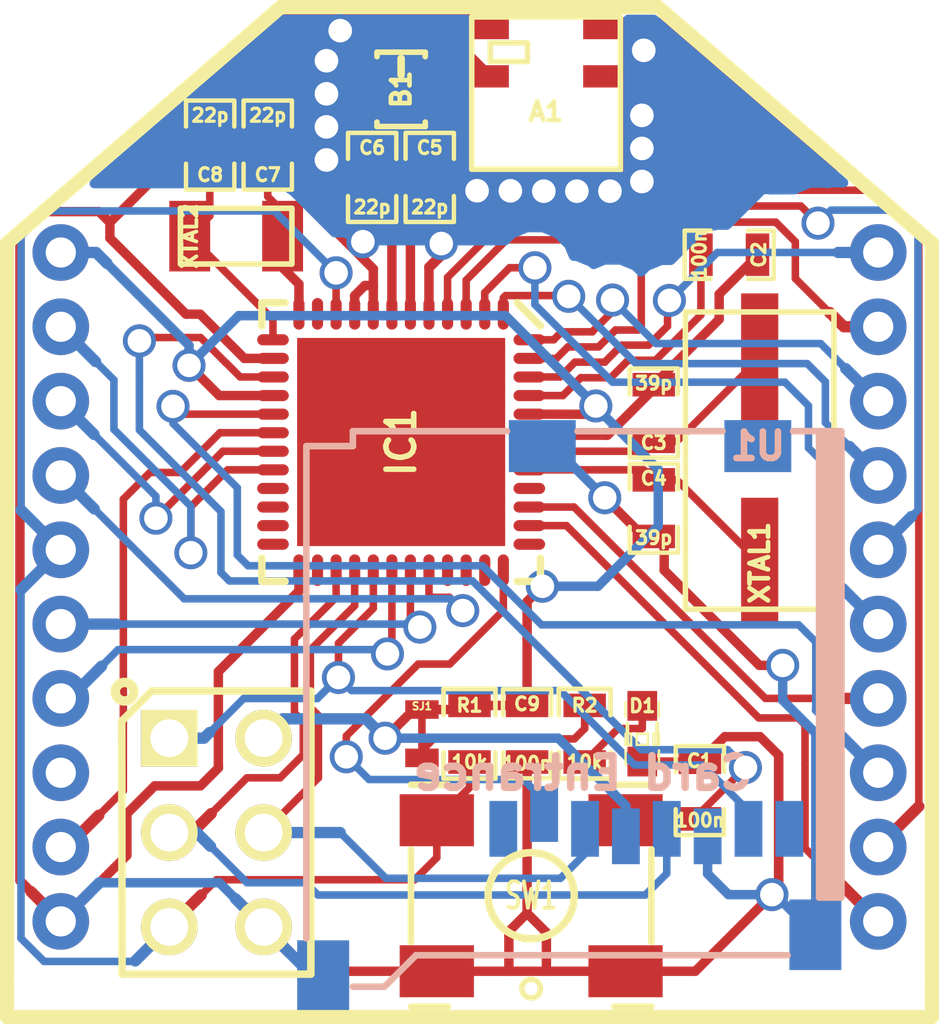
<source format=kicad_pcb>
(kicad_pcb (version 3) (host pcbnew "(2013-mar-13)-testing")

  (general
    (links 78)
    (no_connects 2)
    (area 134.5818 102.555134 161.479701 132.98625)
    (thickness 1.6)
    (drawings 0)
    (tracks 531)
    (zones 0)
    (modules 22)
    (nets 52)
  )

  (page A4)
  (layers
    (15 F.Cu signal)
    (0 B.Cu signal)
    (16 B.Adhes user)
    (17 F.Adhes user)
    (18 B.Paste user)
    (19 F.Paste user)
    (20 B.SilkS user)
    (21 F.SilkS user)
    (22 B.Mask user)
    (23 F.Mask user)
    (24 Dwgs.User user)
    (25 Cmts.User user)
    (26 Eco1.User user)
    (27 Eco2.User user)
    (28 Edge.Cuts user)
  )

  (setup
    (last_trace_width 0.254)
    (user_trace_width 0.2032)
    (user_trace_width 0.254)
    (user_trace_width 0.3048)
    (trace_clearance 0.2032)
    (zone_clearance 0.2032)
    (zone_45_only yes)
    (trace_min 0.2032)
    (segment_width 0.2)
    (edge_width 0.15)
    (via_size 0.889)
    (via_drill 0.635)
    (via_min_size 0.889)
    (via_min_drill 0.508)
    (uvia_size 0.508)
    (uvia_drill 0.127)
    (uvias_allowed no)
    (uvia_min_size 0.508)
    (uvia_min_drill 0.127)
    (pcb_text_width 0.3)
    (pcb_text_size 1.5 1.5)
    (mod_edge_width 0.15)
    (mod_text_size 1.5 1.5)
    (mod_text_width 0.15)
    (pad_size 0.8 1.6)
    (pad_drill 0)
    (pad_to_mask_clearance 0.2)
    (aux_axis_origin 0 0)
    (visible_elements FFFFEFDF)
    (pcbplotparams
      (layerselection 3178497)
      (usegerberextensions true)
      (excludeedgelayer true)
      (linewidth 0.100000)
      (plotframeref false)
      (viasonmask false)
      (mode 1)
      (useauxorigin false)
      (hpglpennumber 1)
      (hpglpenspeed 20)
      (hpglpendiameter 15)
      (hpglpenoverlay 2)
      (psnegative false)
      (psa4output false)
      (plotreference true)
      (plotvalue true)
      (plotothertext true)
      (plotinvisibletext false)
      (padsonsilk false)
      (subtractmaskfromsilk false)
      (outputformat 1)
      (mirror false)
      (drillshape 1)
      (scaleselection 1)
      (outputdirectory ""))
  )

  (net 0 "")
  (net 1 +3.3V)
  (net 2 GND)
  (net 3 MISO)
  (net 4 MOSI)
  (net 5 N-000001)
  (net 6 N-0000012)
  (net 7 N-0000016)
  (net 8 N-0000017)
  (net 9 N-0000018)
  (net 10 N-0000019)
  (net 11 N-0000024)
  (net 12 N-0000025)
  (net 13 N-0000027)
  (net 14 N-0000028)
  (net 15 N-0000032)
  (net 16 N-0000035)
  (net 17 N-0000036)
  (net 18 N-0000037)
  (net 19 N-0000038)
  (net 20 N-0000039)
  (net 21 N-000004)
  (net 22 N-0000040)
  (net 23 N-0000041)
  (net 24 N-0000042)
  (net 25 N-0000043)
  (net 26 N-0000044)
  (net 27 N-0000049)
  (net 28 N-000005)
  (net 29 N-0000050)
  (net 30 N-0000052)
  (net 31 NC)
  (net 32 PB4)
  (net 33 PB5)
  (net 34 PB6)
  (net 35 PE2)
  (net 36 PE3)
  (net 37 PE4)
  (net 38 PE5)
  (net 39 PF0)
  (net 40 PF1)
  (net 41 PF2)
  (net 42 PF3-4)
  (net 43 PF5)
  (net 44 PF6)
  (net 45 PF7)
  (net 46 RX)
  (net 47 Reset)
  (net 48 SCK)
  (net 49 SCL)
  (net 50 SDA)
  (net 51 TX)

  (net_class Default "This is the default net class."
    (clearance 0.2032)
    (trace_width 0.254)
    (via_dia 0.889)
    (via_drill 0.635)
    (uvia_dia 0.508)
    (uvia_drill 0.127)
    (add_net "")
    (add_net +3.3V)
    (add_net GND)
    (add_net N-0000017)
    (add_net N-0000018)
    (add_net N-0000019)
    (add_net N-0000049)
    (add_net N-0000050)
  )

  (net_class 12mil ""
    (clearance 0.2032)
    (trace_width 0.3048)
    (via_dia 0.889)
    (via_drill 0.635)
    (uvia_dia 0.508)
    (uvia_drill 0.127)
  )

  (net_class 8mil ""
    (clearance 0.2032)
    (trace_width 0.2032)
    (via_dia 0.889)
    (via_drill 0.635)
    (uvia_dia 0.508)
    (uvia_drill 0.127)
    (add_net MISO)
    (add_net MOSI)
    (add_net N-000001)
    (add_net N-0000012)
    (add_net N-0000016)
    (add_net N-0000024)
    (add_net N-0000025)
    (add_net N-0000027)
    (add_net N-0000028)
    (add_net N-0000032)
    (add_net N-0000035)
    (add_net N-0000036)
    (add_net N-0000037)
    (add_net N-0000038)
    (add_net N-0000039)
    (add_net N-000004)
    (add_net N-0000040)
    (add_net N-0000041)
    (add_net N-0000042)
    (add_net N-0000043)
    (add_net N-0000044)
    (add_net N-000005)
    (add_net N-0000052)
    (add_net NC)
    (add_net PB4)
    (add_net PB5)
    (add_net PB6)
    (add_net PE2)
    (add_net PE3)
    (add_net PE4)
    (add_net PE5)
    (add_net PF0)
    (add_net PF1)
    (add_net PF2)
    (add_net PF3-4)
    (add_net PF5)
    (add_net PF6)
    (add_net PF7)
    (add_net RX)
    (add_net Reset)
    (add_net SCK)
    (add_net SCL)
    (add_net SDA)
    (add_net TX)
  )

  (module _MT_XBee_Board_STD_THPads (layer F.Cu) (tedit 51CA49A9) (tstamp 51CBA7E2)
    (at 148.64 111.39)
    (path /51BAD430)
    (fp_text reference U2 (at -6.35 7.62 90) (layer F.SilkS) hide
      (effects (font (thickness 0.3048)))
    )
    (fp_text value XBEE (at 4.445 11.43) (layer F.SilkS) hide
      (effects (font (thickness 0.3048)))
    )
    (fp_line (start -12.446 19.558) (end -12.446 20.574) (layer F.SilkS) (width 0.381))
    (fp_line (start 12.446 19.558) (end 12.446 20.574) (layer F.SilkS) (width 0.381))
    (fp_line (start -12.446 19.558) (end -12.446 -0.254) (layer F.SilkS) (width 0.381))
    (fp_line (start 12.446 0) (end 12.446 -0.254) (layer F.SilkS) (width 0.381))
    (fp_line (start 12.446 19.558) (end 12.446 0) (layer F.SilkS) (width 0.381))
    (fp_line (start -12.446 20.574) (end 12.446 20.574) (layer F.SilkS) (width 0.381))
    (fp_line (start 12.446 -0.254) (end 5.08 -6.604) (layer F.SilkS) (width 0.381))
    (fp_line (start -12.446 -0.254) (end -5.08 -6.604) (layer F.SilkS) (width 0.381))
    (fp_line (start -5.08 -6.604) (end 5.08 -6.604) (layer F.SilkS) (width 0.381))
    (pad 20 thru_hole circle (at 11.00074 0) (size 1.524 1.524) (drill 0.8128)
      (layers *.Cu)
      (net 39 PF0)
    )
    (pad 16 thru_hole circle (at 11.00074 8.001) (size 1.524 1.524) (drill 0.8128)
      (layers *.Cu)
      (net 44 PF6)
    )
    (pad 14 thru_hole circle (at 11.00074 11.99896) (size 1.524 1.524) (drill 0.8128)
      (layers *.Cu)
      (net 38 PE5)
    )
    (pad 15 thru_hole circle (at 11.00074 9.99998) (size 1.524 1.524) (drill 0.8128)
      (layers *.Cu)
      (net 43 PF5)
    )
    (pad 18 thru_hole circle (at 11.00074 4.0005) (size 1.524 1.524) (drill 0.8128)
      (layers *.Cu)
      (net 41 PF2)
    )
    (pad 17 thru_hole circle (at 11.00074 5.99948) (size 1.524 1.524) (drill 0.8128)
      (layers *.Cu)
      (net 42 PF3-4)
    )
    (pad 19 thru_hole circle (at 11.00074 1.99898) (size 1.524 1.524) (drill 0.8128)
      (layers *.Cu)
      (net 40 PF1)
    )
    (pad 12 thru_hole circle (at 11.00074 15.99946) (size 1.524 1.524) (drill 0.8128)
      (layers *.Cu)
      (net 45 PF7)
    )
    (pad 11 thru_hole circle (at 11.00074 18.00098) (size 1.524 1.524) (drill 0.8128)
      (layers *.Cu)
      (net 37 PE4)
    )
    (pad 13 thru_hole circle (at 11.00074 14.00048) (size 1.524 1.524) (drill 0.8128)
      (layers *.Cu)
      (net 49 SCL)
    )
    (pad 8 thru_hole circle (at -11.00074 14.00048) (size 1.524 1.524) (drill 0.8128)
      (layers *.Cu)
      (net 31 NC)
    )
    (pad 10 thru_hole circle (at -11.00074 18.00098) (size 1.524 1.524) (drill 0.8128)
      (layers *.Cu)
      (net 2 GND)
    )
    (pad 9 thru_hole circle (at -11.00074 15.99946) (size 1.524 1.524) (drill 0.8128)
      (layers *.Cu)
      (net 50 SDA)
    )
    (pad 2 thru_hole circle (at -11.00074 1.99898) (size 1.524 1.524) (drill 0.8128)
      (layers *.Cu)
      (net 51 TX)
    )
    (pad 4 thru_hole circle (at -11.00074 5.99948) (size 1.524 1.524) (drill 0.8128)
      (layers *.Cu)
      (net 34 PB6)
    )
    (pad 3 thru_hole circle (at -11.00074 4.0005) (size 1.524 1.524) (drill 0.8128)
      (layers *.Cu)
      (net 46 RX)
    )
    (pad 6 thru_hole circle (at -11.00074 9.99998) (size 1.524 1.524) (drill 0.8128)
      (layers *.Cu)
      (net 33 PB5)
    )
    (pad 7 thru_hole circle (at -11.00074 11.99896) (size 1.524 1.524) (drill 0.8128)
      (layers *.Cu)
      (net 32 PB4)
    )
    (pad 5 thru_hole circle (at -11.00074 8.001) (size 1.524 1.524) (drill 0.8128)
      (layers *.Cu)
      (net 47 Reset)
    )
    (pad 1 thru_hole circle (at -11.00074 0) (size 1.524 1.524) (drill 0.8128)
      (layers *.Cu)
      (net 1 +3.3V)
    )
    (model Radio/Xbee_patch.wrl
      (at (xyz 0 0 0))
      (scale (xyz 1 1 1))
      (rotate (xyz 270 0 0))
    )
  )

  (module _MT_2450AT18D0100 (layer F.Cu) (tedit 51CB925D) (tstamp 51CA46D6)
    (at 150.7 107.1)
    (path /51BF012F)
    (fp_text reference A1 (at 0 0.5) (layer F.SilkS)
      (effects (font (size 0.5 0.5) (thickness 0.125)))
    )
    (fp_text value Antenna (at 0 1.5) (layer F.SilkS) hide
      (effects (font (size 0.5 0.5) (thickness 0.125)))
    )
    (fp_line (start -1.5 -1.35) (end -0.5 -1.35) (layer F.SilkS) (width 0.15))
    (fp_line (start -0.5 -1.35) (end -0.5 -0.85) (layer F.SilkS) (width 0.15))
    (fp_line (start -0.5 -0.85) (end -1.5 -0.85) (layer F.SilkS) (width 0.15))
    (fp_line (start -1.5 -0.85) (end -1.5 -1.35) (layer F.SilkS) (width 0.15))
    (fp_line (start -2 0) (end -2 -2.05) (layer F.SilkS) (width 0.15))
    (fp_line (start -2 -2.05) (end 2 -2.05) (layer F.SilkS) (width 0.15))
    (fp_line (start 2 -2.05) (end 2 2.05) (layer F.SilkS) (width 0.15))
    (fp_line (start 2 2.05) (end -2 2.05) (layer F.SilkS) (width 0.15))
    (fp_line (start -2 2.05) (end -2 0) (layer F.SilkS) (width 0.15))
    (pad 1 smd rect (at -1.5 -0.45) (size 1 0.6)
      (layers F.Cu F.Paste F.Mask)
      (net 10 N-0000019)
    )
    (pad 2 smd rect (at 1.5 -0.45) (size 1 0.6)
      (layers F.Cu F.Paste F.Mask)
      (net 2 GND)
    )
    (pad 2 smd rect (at 1.5 -1.75) (size 1 0.6)
      (layers F.Cu F.Paste F.Mask)
      (net 2 GND)
    )
    (pad 2 smd rect (at -1.5 -1.75) (size 1 0.6)
      (layers F.Cu F.Paste F.Mask)
      (net 2 GND)
    )
  )

  (module _MT_SM0603_Capa (layer F.Cu) (tedit 51CB9B1F) (tstamp 51CBFE49)
    (at 141.66 108.5 90)
    (path /51BE8D1F)
    (attr smd)
    (fp_text reference C8 (at -0.8 0 180) (layer F.SilkS)
      (effects (font (size 0.35 0.35) (thickness 0.0875)))
    )
    (fp_text value 22p (at 0.8 0 180) (layer F.SilkS)
      (effects (font (size 0.35 0.35) (thickness 0.0875)))
    )
    (fp_text user "" (at -0.8 0 180) (layer F.SilkS)
      (effects (font (size 0.35 0.35) (thickness 0.0875)))
    )
    (fp_line (start 0.50038 0.65024) (end 1.19888 0.65024) (layer F.SilkS) (width 0.11938))
    (fp_line (start -0.50038 0.65024) (end -1.19888 0.65024) (layer F.SilkS) (width 0.11938))
    (fp_line (start 0.50038 -0.65024) (end 1.19888 -0.65024) (layer F.SilkS) (width 0.11938))
    (fp_line (start -1.19888 -0.65024) (end -0.50038 -0.65024) (layer F.SilkS) (width 0.11938))
    (fp_line (start 1.19888 -0.635) (end 1.19888 0.635) (layer F.SilkS) (width 0.11938))
    (fp_line (start -1.19888 0.635) (end -1.19888 -0.635) (layer F.SilkS) (width 0.11938))
    (pad 1 smd rect (at -0.762 0 90) (size 0.635 1.143)
      (layers F.Cu F.Paste F.Mask)
      (net 6 N-0000012)
    )
    (pad 2 smd rect (at 0.762 0 90) (size 0.635 1.143)
      (layers F.Cu F.Paste F.Mask)
      (net 2 GND)
    )
    (model smd\capacitors\C0603.wrl
      (at (xyz 0 0 0.001))
      (scale (xyz 0.5 0.5 0.5))
      (rotate (xyz 0 0 0))
    )
  )

  (module _MT_SM0603_Capa (layer F.Cu) (tedit 51CB9B1F) (tstamp 51CD0ABA)
    (at 147.57 109.37 270)
    (path /51BB0A6C)
    (attr smd)
    (fp_text reference C5 (at -0.8 0 360) (layer F.SilkS)
      (effects (font (size 0.35 0.35) (thickness 0.0875)))
    )
    (fp_text value 22p (at 0.8 0 360) (layer F.SilkS)
      (effects (font (size 0.35 0.35) (thickness 0.0875)))
    )
    (fp_text user "" (at -0.8 0 360) (layer F.SilkS)
      (effects (font (size 0.35 0.35) (thickness 0.0875)))
    )
    (fp_line (start 0.50038 0.65024) (end 1.19888 0.65024) (layer F.SilkS) (width 0.11938))
    (fp_line (start -0.50038 0.65024) (end -1.19888 0.65024) (layer F.SilkS) (width 0.11938))
    (fp_line (start 0.50038 -0.65024) (end 1.19888 -0.65024) (layer F.SilkS) (width 0.11938))
    (fp_line (start -1.19888 -0.65024) (end -0.50038 -0.65024) (layer F.SilkS) (width 0.11938))
    (fp_line (start 1.19888 -0.635) (end 1.19888 0.635) (layer F.SilkS) (width 0.11938))
    (fp_line (start -1.19888 0.635) (end -1.19888 -0.635) (layer F.SilkS) (width 0.11938))
    (pad 1 smd rect (at -0.762 0 270) (size 0.635 1.143)
      (layers F.Cu F.Paste F.Mask)
      (net 9 N-0000018)
    )
    (pad 2 smd rect (at 0.762 0 270) (size 0.635 1.143)
      (layers F.Cu F.Paste F.Mask)
      (net 29 N-0000050)
    )
    (model smd\capacitors\C0603.wrl
      (at (xyz 0 0 0.001))
      (scale (xyz 0.5 0.5 0.5))
      (rotate (xyz 0 0 0))
    )
  )

  (module _MT_SM0603_Capa (layer F.Cu) (tedit 51CB9B1F) (tstamp 51CD0AC6)
    (at 146.02 109.37 270)
    (path /51BB0A79)
    (attr smd)
    (fp_text reference C6 (at -0.8 0 360) (layer F.SilkS)
      (effects (font (size 0.35 0.35) (thickness 0.0875)))
    )
    (fp_text value 22p (at 0.8 0 360) (layer F.SilkS)
      (effects (font (size 0.35 0.35) (thickness 0.0875)))
    )
    (fp_text user "" (at -0.8 0 360) (layer F.SilkS)
      (effects (font (size 0.35 0.35) (thickness 0.0875)))
    )
    (fp_line (start 0.50038 0.65024) (end 1.19888 0.65024) (layer F.SilkS) (width 0.11938))
    (fp_line (start -0.50038 0.65024) (end -1.19888 0.65024) (layer F.SilkS) (width 0.11938))
    (fp_line (start 0.50038 -0.65024) (end 1.19888 -0.65024) (layer F.SilkS) (width 0.11938))
    (fp_line (start -1.19888 -0.65024) (end -0.50038 -0.65024) (layer F.SilkS) (width 0.11938))
    (fp_line (start 1.19888 -0.635) (end 1.19888 0.635) (layer F.SilkS) (width 0.11938))
    (fp_line (start -1.19888 0.635) (end -1.19888 -0.635) (layer F.SilkS) (width 0.11938))
    (pad 1 smd rect (at -0.762 0 270) (size 0.635 1.143)
      (layers F.Cu F.Paste F.Mask)
      (net 8 N-0000017)
    )
    (pad 2 smd rect (at 0.762 0 270) (size 0.635 1.143)
      (layers F.Cu F.Paste F.Mask)
      (net 27 N-0000049)
    )
    (model smd\capacitors\C0603.wrl
      (at (xyz 0 0 0.001))
      (scale (xyz 0.5 0.5 0.5))
      (rotate (xyz 0 0 0))
    )
  )

  (module _MT_SM0603_Capa (layer F.Cu) (tedit 51CB9B1F) (tstamp 51CD0AD2)
    (at 143.21 108.5 90)
    (path /51BE8D06)
    (attr smd)
    (fp_text reference C7 (at -0.8 0 180) (layer F.SilkS)
      (effects (font (size 0.35 0.35) (thickness 0.0875)))
    )
    (fp_text value 22p (at 0.8 0 180) (layer F.SilkS)
      (effects (font (size 0.35 0.35) (thickness 0.0875)))
    )
    (fp_text user "" (at -0.8 0 180) (layer F.SilkS)
      (effects (font (size 0.35 0.35) (thickness 0.0875)))
    )
    (fp_line (start 0.50038 0.65024) (end 1.19888 0.65024) (layer F.SilkS) (width 0.11938))
    (fp_line (start -0.50038 0.65024) (end -1.19888 0.65024) (layer F.SilkS) (width 0.11938))
    (fp_line (start 0.50038 -0.65024) (end 1.19888 -0.65024) (layer F.SilkS) (width 0.11938))
    (fp_line (start -1.19888 -0.65024) (end -0.50038 -0.65024) (layer F.SilkS) (width 0.11938))
    (fp_line (start 1.19888 -0.635) (end 1.19888 0.635) (layer F.SilkS) (width 0.11938))
    (fp_line (start -1.19888 0.635) (end -1.19888 -0.635) (layer F.SilkS) (width 0.11938))
    (pad 1 smd rect (at -0.762 0 90) (size 0.635 1.143)
      (layers F.Cu F.Paste F.Mask)
      (net 7 N-0000016)
    )
    (pad 2 smd rect (at 0.762 0 90) (size 0.635 1.143)
      (layers F.Cu F.Paste F.Mask)
      (net 2 GND)
    )
    (model smd\capacitors\C0603.wrl
      (at (xyz 0 0 0.001))
      (scale (xyz 0.5 0.5 0.5))
      (rotate (xyz 0 0 0))
    )
  )

  (module _MT_SM0603_Capa (layer F.Cu) (tedit 51CB9B1F) (tstamp 51CD0ADE)
    (at 150.19 124.34 270)
    (path /51C2F773)
    (attr smd)
    (fp_text reference C9 (at -0.8 0 360) (layer F.SilkS)
      (effects (font (size 0.35 0.35) (thickness 0.0875)))
    )
    (fp_text value 100n (at 0.8 0 360) (layer F.SilkS)
      (effects (font (size 0.35 0.35) (thickness 0.0875)))
    )
    (fp_text user "" (at -0.8 0 360) (layer F.SilkS)
      (effects (font (size 0.35 0.35) (thickness 0.0875)))
    )
    (fp_line (start 0.50038 0.65024) (end 1.19888 0.65024) (layer F.SilkS) (width 0.11938))
    (fp_line (start -0.50038 0.65024) (end -1.19888 0.65024) (layer F.SilkS) (width 0.11938))
    (fp_line (start 0.50038 -0.65024) (end 1.19888 -0.65024) (layer F.SilkS) (width 0.11938))
    (fp_line (start -1.19888 -0.65024) (end -0.50038 -0.65024) (layer F.SilkS) (width 0.11938))
    (fp_line (start 1.19888 -0.635) (end 1.19888 0.635) (layer F.SilkS) (width 0.11938))
    (fp_line (start -1.19888 0.635) (end -1.19888 -0.635) (layer F.SilkS) (width 0.11938))
    (pad 1 smd rect (at -0.762 0 270) (size 0.635 1.143)
      (layers F.Cu F.Paste F.Mask)
      (net 1 +3.3V)
    )
    (pad 2 smd rect (at 0.762 0 270) (size 0.635 1.143)
      (layers F.Cu F.Paste F.Mask)
      (net 2 GND)
    )
    (model smd\capacitors\C0603.wrl
      (at (xyz 0 0 0.001))
      (scale (xyz 0.5 0.5 0.5))
      (rotate (xyz 0 0 0))
    )
  )

  (module _MT_SM0603_Capa (layer F.Cu) (tedit 51CB9B1F) (tstamp 51CD0A96)
    (at 155.63 111.45 180)
    (path /51BB0317)
    (attr smd)
    (fp_text reference C2 (at -0.8 0 270) (layer F.SilkS)
      (effects (font (size 0.35 0.35) (thickness 0.0875)))
    )
    (fp_text value 100n (at 0.8 0 270) (layer F.SilkS)
      (effects (font (size 0.35 0.35) (thickness 0.0875)))
    )
    (fp_text user "" (at -0.8 0 270) (layer F.SilkS)
      (effects (font (size 0.35 0.35) (thickness 0.0875)))
    )
    (fp_line (start 0.50038 0.65024) (end 1.19888 0.65024) (layer F.SilkS) (width 0.11938))
    (fp_line (start -0.50038 0.65024) (end -1.19888 0.65024) (layer F.SilkS) (width 0.11938))
    (fp_line (start 0.50038 -0.65024) (end 1.19888 -0.65024) (layer F.SilkS) (width 0.11938))
    (fp_line (start -1.19888 -0.65024) (end -0.50038 -0.65024) (layer F.SilkS) (width 0.11938))
    (fp_line (start 1.19888 -0.635) (end 1.19888 0.635) (layer F.SilkS) (width 0.11938))
    (fp_line (start -1.19888 0.635) (end -1.19888 -0.635) (layer F.SilkS) (width 0.11938))
    (pad 1 smd rect (at -0.762 0 180) (size 0.635 1.143)
      (layers F.Cu F.Paste F.Mask)
      (net 2 GND)
    )
    (pad 2 smd rect (at 0.762 0 180) (size 0.635 1.143)
      (layers F.Cu F.Paste F.Mask)
      (net 24 N-0000042)
    )
    (model smd\capacitors\C0603.wrl
      (at (xyz 0 0 0.001))
      (scale (xyz 0.5 0.5 0.5))
      (rotate (xyz 0 0 0))
    )
  )

  (module _MT_SM0603_Capa (layer F.Cu) (tedit 51CB9B1F) (tstamp 51CD0A8A)
    (at 154.84 125.87 270)
    (path /51BB02F2)
    (attr smd)
    (fp_text reference C1 (at -0.8 0 360) (layer F.SilkS)
      (effects (font (size 0.35 0.35) (thickness 0.0875)))
    )
    (fp_text value 100n (at 0.8 0 360) (layer F.SilkS)
      (effects (font (size 0.35 0.35) (thickness 0.0875)))
    )
    (fp_text user "" (at -0.8 0 360) (layer F.SilkS)
      (effects (font (size 0.35 0.35) (thickness 0.0875)))
    )
    (fp_line (start 0.50038 0.65024) (end 1.19888 0.65024) (layer F.SilkS) (width 0.11938))
    (fp_line (start -0.50038 0.65024) (end -1.19888 0.65024) (layer F.SilkS) (width 0.11938))
    (fp_line (start 0.50038 -0.65024) (end 1.19888 -0.65024) (layer F.SilkS) (width 0.11938))
    (fp_line (start -1.19888 -0.65024) (end -0.50038 -0.65024) (layer F.SilkS) (width 0.11938))
    (fp_line (start 1.19888 -0.635) (end 1.19888 0.635) (layer F.SilkS) (width 0.11938))
    (fp_line (start -1.19888 0.635) (end -1.19888 -0.635) (layer F.SilkS) (width 0.11938))
    (pad 1 smd rect (at -0.762 0 270) (size 0.635 1.143)
      (layers F.Cu F.Paste F.Mask)
      (net 2 GND)
    )
    (pad 2 smd rect (at 0.762 0 270) (size 0.635 1.143)
      (layers F.Cu F.Paste F.Mask)
      (net 26 N-0000044)
    )
    (model smd\capacitors\C0603.wrl
      (at (xyz 0 0 0.001))
      (scale (xyz 0.5 0.5 0.5))
      (rotate (xyz 0 0 0))
    )
  )

  (module _MT_SM0603_Capa (layer F.Cu) (tedit 51CB9B1F) (tstamp 51CD0AAE)
    (at 153.6 118.27 270)
    (path /51BB05DD)
    (attr smd)
    (fp_text reference C4 (at -0.8 0 360) (layer F.SilkS)
      (effects (font (size 0.35 0.35) (thickness 0.0875)))
    )
    (fp_text value 39p (at 0.8 0 360) (layer F.SilkS)
      (effects (font (size 0.35 0.35) (thickness 0.0875)))
    )
    (fp_text user "" (at -0.8 0 360) (layer F.SilkS)
      (effects (font (size 0.35 0.35) (thickness 0.0875)))
    )
    (fp_line (start 0.50038 0.65024) (end 1.19888 0.65024) (layer F.SilkS) (width 0.11938))
    (fp_line (start -0.50038 0.65024) (end -1.19888 0.65024) (layer F.SilkS) (width 0.11938))
    (fp_line (start 0.50038 -0.65024) (end 1.19888 -0.65024) (layer F.SilkS) (width 0.11938))
    (fp_line (start -1.19888 -0.65024) (end -0.50038 -0.65024) (layer F.SilkS) (width 0.11938))
    (fp_line (start 1.19888 -0.635) (end 1.19888 0.635) (layer F.SilkS) (width 0.11938))
    (fp_line (start -1.19888 0.635) (end -1.19888 -0.635) (layer F.SilkS) (width 0.11938))
    (pad 1 smd rect (at -0.762 0 270) (size 0.635 1.143)
      (layers F.Cu F.Paste F.Mask)
      (net 30 N-0000052)
    )
    (pad 2 smd rect (at 0.762 0 270) (size 0.635 1.143)
      (layers F.Cu F.Paste F.Mask)
      (net 2 GND)
    )
    (model smd\capacitors\C0603.wrl
      (at (xyz 0 0 0.001))
      (scale (xyz 0.5 0.5 0.5))
      (rotate (xyz 0 0 0))
    )
  )

  (module _MT_SM0603_Capa (layer F.Cu) (tedit 51CB9B1F) (tstamp 51CD0AA2)
    (at 153.6 115.71 90)
    (path /51BB05D0)
    (attr smd)
    (fp_text reference C3 (at -0.8 0 180) (layer F.SilkS)
      (effects (font (size 0.35 0.35) (thickness 0.0875)))
    )
    (fp_text value 39p (at 0.8 0 180) (layer F.SilkS)
      (effects (font (size 0.35 0.35) (thickness 0.0875)))
    )
    (fp_text user "" (at -0.8 0 180) (layer F.SilkS)
      (effects (font (size 0.35 0.35) (thickness 0.0875)))
    )
    (fp_line (start 0.50038 0.65024) (end 1.19888 0.65024) (layer F.SilkS) (width 0.11938))
    (fp_line (start -0.50038 0.65024) (end -1.19888 0.65024) (layer F.SilkS) (width 0.11938))
    (fp_line (start 0.50038 -0.65024) (end 1.19888 -0.65024) (layer F.SilkS) (width 0.11938))
    (fp_line (start -1.19888 -0.65024) (end -0.50038 -0.65024) (layer F.SilkS) (width 0.11938))
    (fp_line (start 1.19888 -0.635) (end 1.19888 0.635) (layer F.SilkS) (width 0.11938))
    (fp_line (start -1.19888 0.635) (end -1.19888 -0.635) (layer F.SilkS) (width 0.11938))
    (pad 1 smd rect (at -0.762 0 90) (size 0.635 1.143)
      (layers F.Cu F.Paste F.Mask)
      (net 25 N-0000043)
    )
    (pad 2 smd rect (at 0.762 0 90) (size 0.635 1.143)
      (layers F.Cu F.Paste F.Mask)
      (net 2 GND)
    )
    (model smd\capacitors\C0603.wrl
      (at (xyz 0 0 0.001))
      (scale (xyz 0.5 0.5 0.5))
      (rotate (xyz 0 0 0))
    )
  )

  (module _MT_SMTJumper (layer F.Cu) (tedit 51D0E7A3) (tstamp 51CA47D0)
    (at 147.36 124.34 270)
    (path /51C12882)
    (attr smd)
    (fp_text reference SJ1 (at -0.74 0 360) (layer F.SilkS)
      (effects (font (size 0.2 0.2) (thickness 0.05)))
    )
    (fp_text value SMTJPR (at 0 0 270) (layer F.SilkS) hide
      (effects (font (size 0.508 0.4572) (thickness 0.1143)))
    )
    (pad 1 smd rect (at -0.65 0 270) (size 0.5 0.9)
      (layers F.Cu F.Paste F.Mask)
      (net 1 +3.3V)
    )
    (pad 2 smd rect (at 0.65 0 270) (size 0.5 0.9)
      (layers F.Cu F.Paste F.Mask)
      (net 12 N-0000025)
    )
    (pad 3 smd rect (at 0 0 270) (size 1.5 0.2032)
      (layers F.Cu F.Paste F.Mask)
    )
    (model smd\resistors\R0603.wrl
      (at (xyz 0 0 0.001))
      (scale (xyz 0.5 0.5 0.5))
      (rotate (xyz 0 0 0))
    )
  )

  (module _MT_pin_array_3x2 (layer F.Cu) (tedit 51D12E97) (tstamp 51CA4770)
    (at 141.83 127 270)
    (descr "Double rangee de contacts 2 x 4 pins")
    (tags CONN)
    (path /51BE9A19)
    (fp_text reference H2 (at 0 -3.81 270) (layer F.SilkS) hide
      (effects (font (size 1.016 1.016) (thickness 0.2032)))
    )
    (fp_text value ICSP (at 0 3.81 270) (layer F.SilkS) hide
      (effects (font (size 1.016 1.016) (thickness 0.2032)))
    )
    (fp_line (start -3.81 -2.52) (end -3.81 1.74) (layer F.SilkS) (width 0.2032))
    (fp_line (start 3.81 2.54) (end -3 2.55) (layer F.SilkS) (width 0.2032))
    (fp_line (start -3.01 2.54) (end -3.81 1.74) (layer F.SilkS) (width 0.2032))
    (fp_circle (center -3.79 2.474) (end -4.04 2.474) (layer F.SilkS) (width 0.254))
    (fp_line (start -3.81 -2.54) (end 3.81 -2.54) (layer F.SilkS) (width 0.2032))
    (fp_line (start 3.81 -2.54) (end 3.81 2.54) (layer F.SilkS) (width 0.2032))
    (pad 1 thru_hole rect (at -2.54 1.27 270) (size 1.524 1.524) (drill 1.016)
      (layers *.Cu *.Mask F.SilkS)
      (net 3 MISO)
    )
    (pad 2 thru_hole circle (at -2.54 -1.27 270) (size 1.524 1.524) (drill 1.016)
      (layers *.Cu *.Mask F.SilkS)
      (net 1 +3.3V)
    )
    (pad 3 thru_hole circle (at 0 1.27 270) (size 1.524 1.524) (drill 1.016)
      (layers *.Cu *.Mask F.SilkS)
      (net 48 SCK)
    )
    (pad 4 thru_hole circle (at 0 -1.27 270) (size 1.524 1.524) (drill 1.016)
      (layers *.Cu *.Mask F.SilkS)
      (net 4 MOSI)
    )
    (pad 5 thru_hole circle (at 2.54 1.27 270) (size 1.524 1.524) (drill 1.016)
      (layers *.Cu *.Mask F.SilkS)
      (net 47 Reset)
    )
    (pad 6 thru_hole circle (at 2.54 -1.27 270) (size 1.524 1.524) (drill 1.016)
      (layers *.Cu *.Mask F.SilkS)
      (net 2 GND)
    )
    (model pin_array/pins_array_3x2.wrl
      (at (xyz 0 0 0))
      (scale (xyz 1 1 1))
      (rotate (xyz 0 0 0))
    )
  )

  (module _MT_Wuerth748421245 (layer F.Cu) (tedit 51D13FBF) (tstamp 51CBAD5D)
    (at 146.8 107 90)
    (path /51BB20BE)
    (fp_text reference B1 (at 0 0 90) (layer F.SilkS)
      (effects (font (size 0.5 0.5) (thickness 0.125)))
    )
    (fp_text value Balun (at 0 -2 90) (layer F.SilkS) hide
      (effects (font (size 1.5 1.5) (thickness 0.15)))
    )
    (fp_line (start -1 -0.65) (end -0.88 -0.65) (layer F.SilkS) (width 0.15))
    (fp_line (start 1 -0.65) (end 0.88 -0.65) (layer F.SilkS) (width 0.15))
    (fp_line (start 1 0.65) (end 0.88 0.65) (layer F.SilkS) (width 0.15))
    (fp_line (start -1 0.65) (end -0.88 0.65) (layer F.SilkS) (width 0.15))
    (fp_line (start 0.83 0) (end 0.39 0) (layer F.SilkS) (width 0.2032))
    (fp_line (start 1 -0.65) (end 1 0.65) (layer F.SilkS) (width 0.15))
    (fp_line (start -1 0.65) (end -1 -0.65) (layer F.SilkS) (width 0.15))
    (pad 1 smd rect (at 0.65 -0.825 90) (size 0.3 1)
      (layers F.Cu F.Paste F.Mask)
      (net 10 N-0000019)
    )
    (pad 2 smd rect (at 0 -0.825 90) (size 0.3 1)
      (layers F.Cu F.Paste F.Mask)
      (net 2 GND)
    )
    (pad 3 smd rect (at -0.65 -0.825 90) (size 0.3 1)
      (layers F.Cu F.Paste F.Mask)
      (net 8 N-0000017)
    )
    (pad 4 smd rect (at -0.65 0.825 90) (size 0.3 1)
      (layers F.Cu F.Paste F.Mask)
      (net 9 N-0000018)
    )
    (pad 5 smd rect (at 0 0.825 90) (size 0.3 1)
      (layers F.Cu F.Paste F.Mask)
      (net 2 GND)
    )
    (pad 6 smd rect (at 0.65 0.825 90) (size 0.3 1)
      (layers F.Cu F.Paste F.Mask)
      (net 21 N-000004)
    )
  )

  (module _MT_QFN50P700X700-49N-MeshThingWPad (layer F.Cu) (tedit 51D14059) (tstamp 51CBAF4E)
    (at 146.8 116.49 270)
    (path /51BB00C4)
    (attr smd)
    (fp_text reference IC1 (at 0 0 270) (layer F.SilkS)
      (effects (font (size 0.7493 0.7493) (thickness 0.14986)))
    )
    (fp_text value ATMEGA2564/1284/644RFR2 (at 0 -4.50088 270) (layer F.SilkS) hide
      (effects (font (size 0.7493 0.7493) (thickness 0.14986)))
    )
    (fp_line (start -3.1242 3.74904) (end -3.74904 3.74904) (layer F.SilkS) (width 0.20066))
    (fp_line (start -3.74904 3.74904) (end -3.74904 3.1242) (layer F.SilkS) (width 0.20066))
    (fp_line (start 3.74904 3.1242) (end 3.74904 3.74904) (layer F.SilkS) (width 0.20066))
    (fp_line (start 3.74904 3.74904) (end 3.1242 3.74904) (layer F.SilkS) (width 0.20066))
    (fp_line (start 3.1242 -3.74904) (end 3.74904 -3.74904) (layer F.SilkS) (width 0.20066))
    (fp_line (start 3.74904 -3.74904) (end 3.74904 -3.1242) (layer F.SilkS) (width 0.20066))
    (fp_line (start -3.74904 -3.1242) (end -3.1242 -3.74904) (layer F.SilkS) (width 0.20066))
    (pad 1 smd oval (at -3.44932 -2.75082 270) (size 0.8509 0.29972)
      (layers F.Cu F.Paste F.Mask)
      (net 42 PF3-4)
    )
    (pad 2 smd oval (at -3.44932 -2.25044 270) (size 0.8509 0.29972)
      (layers F.Cu F.Paste F.Mask)
      (net 43 PF5)
    )
    (pad 3 smd oval (at -3.44932 -1.75006 270) (size 0.8509 0.29972)
      (layers F.Cu F.Paste F.Mask)
      (net 44 PF6)
    )
    (pad 4 smd oval (at -3.44932 -1.24968 270) (size 0.8509 0.29972)
      (layers F.Cu F.Paste F.Mask)
      (net 45 PF7)
    )
    (pad 5 smd oval (at -3.44932 -0.7493 270) (size 0.8509 0.29972)
      (layers F.Cu F.Paste F.Mask)
      (net 2 GND)
    )
    (pad 6 smd oval (at -3.44932 -0.24892 270) (size 0.8509 0.29972)
      (layers F.Cu F.Paste F.Mask)
      (net 29 N-0000050)
    )
    (pad 7 smd oval (at -3.44932 0.24892 270) (size 0.8509 0.29972)
      (layers F.Cu F.Paste F.Mask)
      (net 27 N-0000049)
    )
    (pad 8 smd oval (at -3.44932 0.7493 270) (size 0.8509 0.29972)
      (layers F.Cu F.Paste F.Mask)
      (net 2 GND)
    )
    (pad 9 smd oval (at -3.44932 1.24968 270) (size 0.8509 0.29972)
      (layers F.Cu F.Paste F.Mask)
      (net 2 GND)
    )
    (pad 10 smd oval (at -3.44932 1.75006 270) (size 0.8509 0.29972)
      (layers F.Cu F.Paste F.Mask)
      (net 47 Reset)
    )
    (pad 11 smd oval (at -3.44932 2.25044 270) (size 0.8509 0.29972)
      (layers F.Cu F.Paste F.Mask)
      (net 15 N-0000032)
    )
    (pad 12 smd oval (at -3.44932 2.75082 270) (size 0.8509 0.29972)
      (layers F.Cu F.Paste F.Mask)
      (net 7 N-0000016)
    )
    (pad 25 smd oval (at 3.44932 2.75082 270) (size 0.8509 0.29972)
      (layers F.Cu F.Paste F.Mask)
      (net 2 GND)
    )
    (pad 26 smd oval (at 3.44932 2.25044 270) (size 0.8509 0.29972)
      (layers F.Cu F.Paste F.Mask)
      (net 14 N-0000028)
    )
    (pad 27 smd oval (at 3.44932 1.75006 270) (size 0.8509 0.29972)
      (layers F.Cu F.Paste F.Mask)
      (net 48 SCK)
    )
    (pad 28 smd oval (at 3.44932 1.24968 270) (size 0.8509 0.29972)
      (layers F.Cu F.Paste F.Mask)
      (net 4 MOSI)
    )
    (pad 29 smd oval (at 3.44932 0.7493 270) (size 0.8509 0.29972)
      (layers F.Cu F.Paste F.Mask)
      (net 3 MISO)
    )
    (pad 30 smd oval (at 3.44932 0.24892 270) (size 0.8509 0.29972)
      (layers F.Cu F.Paste F.Mask)
      (net 32 PB4)
    )
    (pad 31 smd oval (at 3.44932 -0.24892 270) (size 0.8509 0.29972)
      (layers F.Cu F.Paste F.Mask)
      (net 33 PB5)
    )
    (pad 32 smd oval (at 3.44932 -0.7493 270) (size 0.8509 0.29972)
      (layers F.Cu F.Paste F.Mask)
      (net 34 PB6)
    )
    (pad 33 smd oval (at 3.44932 -1.24968 270) (size 0.8509 0.29972)
      (layers F.Cu F.Paste F.Mask)
      (net 13 N-0000027)
    )
    (pad 34 smd oval (at 3.44932 -1.75006 270) (size 0.8509 0.29972)
      (layers F.Cu F.Paste F.Mask)
      (net 22 N-0000040)
    )
    (pad 35 smd oval (at 3.44932 -2.25044 270) (size 0.8509 0.29972)
      (layers F.Cu F.Paste F.Mask)
      (net 20 N-0000039)
    )
    (pad 36 smd oval (at 3.44932 -2.75082 270) (size 0.8509 0.29972)
      (layers F.Cu F.Paste F.Mask)
      (net 35 PE2)
    )
    (pad 13 smd oval (at -2.75082 3.44932 270) (size 0.29972 0.8509)
      (layers F.Cu F.Paste F.Mask)
      (net 6 N-0000012)
    )
    (pad 14 smd oval (at -2.25044 3.44932 270) (size 0.29972 0.8509)
      (layers F.Cu F.Paste F.Mask)
      (net 2 GND)
    )
    (pad 15 smd oval (at -1.75006 3.44932 270) (size 0.29972 0.8509)
      (layers F.Cu F.Paste F.Mask)
      (net 26 N-0000044)
    )
    (pad 16 smd oval (at -1.24968 3.44932 270) (size 0.29972 0.8509)
      (layers F.Cu F.Paste F.Mask)
      (net 1 +3.3V)
    )
    (pad 17 smd oval (at -0.7493 3.44932 270) (size 0.29972 0.8509)
      (layers F.Cu F.Paste F.Mask)
      (net 49 SCL)
    )
    (pad 18 smd oval (at -0.24892 3.44932 270) (size 0.29972 0.8509)
      (layers F.Cu F.Paste F.Mask)
      (net 50 SDA)
    )
    (pad 19 smd oval (at 0.24892 3.44932 270) (size 0.29972 0.8509)
      (layers F.Cu F.Paste F.Mask)
      (net 46 RX)
    )
    (pad 20 smd oval (at 0.7493 3.44932 270) (size 0.29972 0.8509)
      (layers F.Cu F.Paste F.Mask)
      (net 51 TX)
    )
    (pad 21 smd oval (at 1.24968 3.44932 270) (size 0.29972 0.8509)
      (layers F.Cu F.Paste F.Mask)
      (net 18 N-0000037)
    )
    (pad 22 smd oval (at 1.75006 3.44932 270) (size 0.29972 0.8509)
      (layers F.Cu F.Paste F.Mask)
      (net 17 N-0000036)
    )
    (pad 23 smd oval (at 2.25044 3.44932 270) (size 0.29972 0.8509)
      (layers F.Cu F.Paste F.Mask)
      (net 16 N-0000035)
    )
    (pad 24 smd oval (at 2.75082 3.44932 270) (size 0.29972 0.8509)
      (layers F.Cu F.Paste F.Mask)
      (net 23 N-0000041)
    )
    (pad 37 smd oval (at 2.75082 -3.44932 270) (size 0.29972 0.8509)
      (layers F.Cu F.Paste F.Mask)
      (net 36 PE3)
    )
    (pad 38 smd oval (at 2.25044 -3.44932 270) (size 0.29972 0.8509)
      (layers F.Cu F.Paste F.Mask)
      (net 37 PE4)
    )
    (pad 39 smd oval (at 1.75006 -3.44932 270) (size 0.29972 0.8509)
      (layers F.Cu F.Paste F.Mask)
      (net 38 PE5)
    )
    (pad 40 smd oval (at 1.24968 -3.44932 270) (size 0.29972 0.8509)
      (layers F.Cu F.Paste F.Mask)
      (net 19 N-0000038)
    )
    (pad 41 smd oval (at 0.7493 -3.44932 270) (size 0.29972 0.8509)
      (layers F.Cu F.Paste F.Mask)
      (net 30 N-0000052)
    )
    (pad 42 smd oval (at 0.24892 -3.44932 270) (size 0.29972 0.8509)
      (layers F.Cu F.Paste F.Mask)
      (net 25 N-0000043)
    )
    (pad 43 smd oval (at -0.24892 -3.44932 270) (size 0.29972 0.8509)
      (layers F.Cu F.Paste F.Mask)
      (net 2 GND)
    )
    (pad 44 smd oval (at -0.7493 -3.44932 270) (size 0.29972 0.8509)
      (layers F.Cu F.Paste F.Mask)
      (net 1 +3.3V)
    )
    (pad 45 smd oval (at -1.24968 -3.44932 270) (size 0.29972 0.8509)
      (layers F.Cu F.Paste F.Mask)
      (net 24 N-0000042)
    )
    (pad 46 smd oval (at -1.75006 -3.44932 270) (size 0.29972 0.8509)
      (layers F.Cu F.Paste F.Mask)
      (net 39 PF0)
    )
    (pad 47 smd oval (at -2.25044 -3.44932 270) (size 0.29972 0.8509)
      (layers F.Cu F.Paste F.Mask)
      (net 40 PF1)
    )
    (pad 48 smd oval (at -2.75082 -3.44932 270) (size 0.29972 0.8509)
      (layers F.Cu F.Paste F.Mask)
      (net 41 PF2)
    )
    (pad 49 smd rect (at 0 0 270) (size 5.6 5.6)
      (layers F.Cu F.Paste F.Mask)
      (net 2 GND)
    )
    (model QFN50P700X700-49N.wrl
      (at (xyz 0 0 0))
      (scale (xyz 1 1 1))
      (rotate (xyz 0 0 0))
    )
  )

  (module _MT_Switch_SMT_EVQ_NCPads (layer F.Cu) (tedit 51D14463) (tstamp 51CA47DF)
    (at 150.3 128.7 180)
    (descr "EVQ-Q2F03W Compatible")
    (tags "Switch SMT")
    (path /51BB1BEA)
    (attr smd)
    (fp_text reference SW1 (at 0 0 180) (layer F.SilkS)
      (effects (font (size 0.7112 0.4572) (thickness 0.1016)))
    )
    (fp_text value RST (at 0 -3.683 180) (layer F.SilkS) hide
      (effects (font (size 0.6604 0.5588) (thickness 0.1397)))
    )
    (fp_circle (center 0 -2.5) (end 0.25 -2.5) (layer F.SilkS) (width 0.15))
    (fp_line (start -2.24028 2.98704) (end -3.23596 2.98704) (layer F.SilkS) (width 0.1778))
    (fp_line (start 3.23596 2.98704) (end 2.24028 2.98704) (layer F.SilkS) (width 0.1778))
    (fp_line (start -3.23596 -2.98704) (end -2.24028 -2.98704) (layer F.SilkS) (width 0.1778))
    (fp_line (start 3.23596 -2.98704) (end 2.24028 -2.98704) (layer F.SilkS) (width 0.1778))
    (fp_line (start -3.23596 -1.2446) (end -3.23596 1.2446) (layer F.SilkS) (width 0.1778))
    (fp_line (start 3.23596 1.2446) (end 3.23596 -1.2446) (layer F.SilkS) (width 0.1778))
    (fp_circle (center 0 0) (end 1.143 0.1905) (layer F.SilkS) (width 0.2032))
    (pad 1 smd rect (at 2.54 -2.032 180) (size 1.99898 1.39954)
      (layers F.Cu F.Paste F.Mask)
      (net 2 GND)
    )
    (pad 2 smd rect (at 2.54 2.032 180) (size 1.99898 1.39954)
      (layers F.Cu F.Paste F.Mask)
      (net 47 Reset)
    )
    (pad 1 smd rect (at -2.54 -2.032 180) (size 1.99898 1.39954)
      (layers F.Cu F.Paste F.Mask)
      (net 2 GND)
    )
    (pad "" smd rect (at -2.54 2.032 180) (size 1.99898 1.39954)
      (layers F.Cu F.Paste F.Mask)
    )
  )

  (module _MT_CM315-Crystal (layer F.Cu) (tedit 51D145BF) (tstamp 51CA4833)
    (at 142.36 110.95 180)
    (path /51BE8BFD)
    (fp_text reference XTAL2 (at 1.25 0 270) (layer F.SilkS)
      (effects (font (size 0.4 0.4) (thickness 0.1)))
    )
    (fp_text value 32.768kHz (at -1.25 0 270) (layer F.SilkS) hide
      (effects (font (size 0.5 0.5) (thickness 0.125)))
    )
    (fp_line (start 1.5 0.75) (end 1.5 -0.75) (layer F.SilkS) (width 0.15))
    (fp_line (start 1.5 -0.75) (end -1.5 -0.75) (layer F.SilkS) (width 0.15))
    (fp_line (start -1.5 -0.75) (end -1.5 0.75) (layer F.SilkS) (width 0.15))
    (fp_line (start -1.5 0.75) (end 1.5 0.75) (layer F.SilkS) (width 0.15))
    (pad 1 smd rect (at 1.25 0 180) (size 1.1 1.9)
      (layers F.Cu F.Paste F.Mask)
      (net 6 N-0000012)
    )
    (pad 2 smd rect (at -1.25 0 180) (size 1.1 1.9)
      (layers F.Cu F.Paste F.Mask)
      (net 7 N-0000016)
    )
  )

  (module _MT_CSM-3X-Crystal (layer F.Cu) (tedit 51D1470C) (tstamp 51CBAFDF)
    (at 156.45 116.99 90)
    (path /51BB0547)
    (fp_text reference XTAL1 (at -2.75 0 90) (layer F.SilkS)
      (effects (font (size 0.5 0.5) (thickness 0.125)))
    )
    (fp_text value 16MHz (at 2.75 0 90) (layer F.SilkS) hide
      (effects (font (size 0.5 0.5) (thickness 0.125)))
    )
    (fp_line (start -4 -2) (end 4 -2) (layer F.SilkS) (width 0.15))
    (fp_line (start 4 -2) (end 4 2) (layer F.SilkS) (width 0.15))
    (fp_line (start 4 2) (end -4 2) (layer F.SilkS) (width 0.15))
    (fp_line (start -4 2) (end -4 -2) (layer F.SilkS) (width 0.15))
    (pad 1 smd rect (at -2.75 0 90) (size 3.5 1)
      (layers F.Cu F.Paste F.Mask)
      (net 30 N-0000052)
    )
    (pad 2 smd rect (at 2.75 0 90) (size 3.5 1)
      (layers F.Cu F.Paste F.Mask)
      (net 25 N-0000043)
    )
  )

  (module _MT_SM0603_Resistor (layer F.Cu) (tedit 51D14923) (tstamp 51CA47C4)
    (at 151.74 124.34 270)
    (path /51BB1522)
    (attr smd)
    (fp_text reference R2 (at -0.762 0 360) (layer F.SilkS)
      (effects (font (size 0.35 0.35) (thickness 0.0875)))
    )
    (fp_text value 10k (at 0.762 0 360) (layer F.SilkS)
      (effects (font (size 0.35 0.35) (thickness 0.0875)))
    )
    (fp_line (start -0.50038 -0.6985) (end -1.2065 -0.6985) (layer F.SilkS) (width 0.127))
    (fp_line (start -1.2065 -0.6985) (end -1.2065 0.6985) (layer F.SilkS) (width 0.127))
    (fp_line (start -1.2065 0.6985) (end -0.50038 0.6985) (layer F.SilkS) (width 0.127))
    (fp_line (start 1.2065 -0.6985) (end 0.50038 -0.6985) (layer F.SilkS) (width 0.127))
    (fp_line (start 1.2065 -0.6985) (end 1.2065 0.6985) (layer F.SilkS) (width 0.127))
    (fp_line (start 1.2065 0.6985) (end 0.50038 0.6985) (layer F.SilkS) (width 0.127))
    (pad 1 smd rect (at -0.762 0 270) (size 0.635 1.143)
      (layers F.Cu F.Paste F.Mask)
      (net 12 N-0000025)
    )
    (pad 2 smd rect (at 0.762 0 270) (size 0.635 1.143)
      (layers F.Cu F.Paste F.Mask)
      (net 11 N-0000024)
    )
    (model smd\resistors\R0603.wrl
      (at (xyz 0 0 0.001))
      (scale (xyz 0.5 0.5 0.5))
      (rotate (xyz 0 0 0))
    )
  )

  (module _MT_SM0603_Resistor (layer F.Cu) (tedit 51D14923) (tstamp 51CA47B8)
    (at 148.64 124.34 270)
    (path /51BB1C5E)
    (attr smd)
    (fp_text reference R1 (at -0.762 0 360) (layer F.SilkS)
      (effects (font (size 0.35 0.35) (thickness 0.0875)))
    )
    (fp_text value 10k (at 0.762 0 360) (layer F.SilkS)
      (effects (font (size 0.35 0.35) (thickness 0.0875)))
    )
    (fp_line (start -0.50038 -0.6985) (end -1.2065 -0.6985) (layer F.SilkS) (width 0.127))
    (fp_line (start -1.2065 -0.6985) (end -1.2065 0.6985) (layer F.SilkS) (width 0.127))
    (fp_line (start -1.2065 0.6985) (end -0.50038 0.6985) (layer F.SilkS) (width 0.127))
    (fp_line (start 1.2065 -0.6985) (end 0.50038 -0.6985) (layer F.SilkS) (width 0.127))
    (fp_line (start 1.2065 -0.6985) (end 1.2065 0.6985) (layer F.SilkS) (width 0.127))
    (fp_line (start 1.2065 0.6985) (end 0.50038 0.6985) (layer F.SilkS) (width 0.127))
    (pad 1 smd rect (at -0.762 0 270) (size 0.635 1.143)
      (layers F.Cu F.Paste F.Mask)
      (net 1 +3.3V)
    )
    (pad 2 smd rect (at 0.762 0 270) (size 0.635 1.143)
      (layers F.Cu F.Paste F.Mask)
      (net 47 Reset)
    )
    (model smd\resistors\R0603.wrl
      (at (xyz 0 0 0.001))
      (scale (xyz 0.5 0.5 0.5))
      (rotate (xyz 0 0 0))
    )
  )

  (module _MT_microSD_3M_290805 (layer B.Cu) (tedit 51D14B8B) (tstamp 51CA47FE)
    (at 149.55 126.9)
    (tags "microSD 3M 290805 DigiKey 3M5607CT-ND Opendous")
    (path /51BAA75F)
    (attr smd)
    (fp_text reference U1 (at 6.85 -10.3) (layer B.SilkS)
      (effects (font (size 0.7112 0.7112) (thickness 0.1778)) (justify mirror))
    )
    (fp_text value CONN_MICROSD (at 2.413 -2.413) (layer B.SilkS) hide
      (effects (font (size 0.8128 0.7112) (thickness 0.1778)) (justify mirror))
    )
    (fp_text user "Card Entrance" (at 2.159 -1.5) (layer B.SilkS)
      (effects (font (size 0.85 0.85) (thickness 0.2032)) (justify mirror))
    )
    (fp_line (start 8.60044 -10.65022) (end 8.60044 1.80086) (layer B.SilkS) (width 0.1778))
    (fp_line (start 8.6995 1.84912) (end 8.6995 -10.70102) (layer B.SilkS) (width 0.1778))
    (fp_line (start 8.95096 -10.65022) (end 8.95096 1.80086) (layer B.SilkS) (width 0.1778))
    (fp_line (start 9.10082 -10.70102) (end 8.84936 -10.70102) (layer B.SilkS) (width 0.1778))
    (fp_line (start 9.10082 1.84912) (end 9.10082 -10.70102) (layer B.SilkS) (width 0.1778))
    (fp_line (start 8.49884 1.84912) (end 8.49884 -10.70102) (layer B.SilkS) (width 0.1778))
    (fp_line (start 9.10082 1.84912) (end 8.49884 1.84912) (layer B.SilkS) (width 0.1778))
    (fp_line (start -4.04876 -10.70102) (end -4.04876 -10.2997) (layer B.SilkS) (width 0.1778))
    (fp_line (start -5.30098 2.94894) (end -5.30098 -10.2997) (layer B.SilkS) (width 0.1778))
    (fp_line (start -5.30098 -10.2997) (end -4.04876 -10.2997) (layer B.SilkS) (width 0.1778))
    (fp_line (start 7.65048 3.40106) (end -2.3495 3.40106) (layer B.SilkS) (width 0.1778))
    (fp_line (start -2.3495 3.40106) (end -3.2004 4.24942) (layer B.SilkS) (width 0.1778))
    (fp_line (start -3.2004 4.24942) (end -4.04876 4.24942) (layer B.SilkS) (width 0.1778))
    (fp_line (start 0.09906 -10.70102) (end -4.04876 -10.70102) (layer B.SilkS) (width 0.1778))
    (fp_line (start 5.90042 -10.70102) (end 1.99898 -10.70102) (layer B.SilkS) (width 0.1778))
    (fp_line (start 8.84936 -10.70102) (end 7.80034 -10.70102) (layer B.SilkS) (width 0.1778))
    (fp_line (start 8.84936 1.84912) (end 8.84936 -10.70102) (layer B.SilkS) (width 0.1778))
    (pad 7 smd rect (at 6.59892 0) (size 0.7493 1.50114)
      (layers B.Cu B.Paste B.Mask)
      (net 3 MISO)
    )
    (pad 8 smd rect (at 7.69874 0) (size 0.7493 1.50114)
      (layers B.Cu B.Paste B.Mask)
      (net 5 N-000001)
    )
    (pad 6 smd rect (at 5.4991 0.20066) (size 0.7493 1.50114)
      (layers B.Cu B.Paste B.Mask)
      (net 2 GND)
    )
    (pad 5 smd rect (at 4.39928 0) (size 0.7493 1.50114)
      (layers B.Cu B.Paste B.Mask)
      (net 48 SCK)
    )
    (pad 1 smd rect (at 0 0) (size 0.7493 1.50114)
      (layers B.Cu B.Paste B.Mask)
      (net 28 N-000005)
    )
    (pad 2 smd rect (at 1.09982 -0.39878) (size 0.7493 1.50114)
      (layers B.Cu B.Paste B.Mask)
      (net 35 PE2)
    )
    (pad 3 smd rect (at 2.19964 0) (size 0.7493 1.50114)
      (layers B.Cu B.Paste B.Mask)
      (net 4 MOSI)
    )
    (pad 4 smd rect (at 3.29946 0.20066) (size 0.7493 1.50114)
      (layers B.Cu B.Paste B.Mask)
      (net 1 +3.3V)
    )
    (pad 9 smd rect (at 8.39978 2.84988) (size 1.39954 1.89992)
      (layers B.Cu B.Paste B.Mask)
      (net 2 GND)
    )
    (pad 9 smd rect (at -4.84886 3.9497) (size 1.39954 1.89992)
      (layers B.Cu B.Paste B.Mask)
      (net 2 GND)
    )
    (pad "" smd rect (at 6.85038 -10.2997) (size 1.80086 1.39954)
      (layers B.Cu B.Paste B.Mask)
    )
    (pad 9 smd rect (at 1.04902 -10.2997) (size 1.80086 1.39954)
      (layers B.Cu B.Paste B.Mask)
      (net 2 GND)
    )
  )

  (module _MT_LED-0603 (layer F.Cu) (tedit 51D15FAA) (tstamp 51CA4762)
    (at 153.29 124.34 270)
    (descr "LED 0603 smd package")
    (tags "LED led 0603 SMD smd SMT smt smdled SMDLED smtled SMTLED")
    (path /51BB1536)
    (attr smd)
    (fp_text reference D1 (at -0.75 0 360) (layer F.SilkS)
      (effects (font (size 0.35 0.35) (thickness 0.0875)))
    )
    (fp_text value LED (at 0.75 0 360) (layer F.SilkS) hide
      (effects (font (size 0.35 0.35) (thickness 0.0875)))
    )
    (fp_line (start -0.29 -0.4) (end 0.28 -0.4) (layer F.SilkS) (width 0.1016))
    (fp_line (start -0.28 0.4) (end 0.27 0.4) (layer F.SilkS) (width 0.1016))
    (fp_line (start 0.44958 0.44958) (end 0.84836 0.44958) (layer F.SilkS) (width 0.06604))
    (fp_line (start 0.44958 -0.44958) (end 0.84836 -0.44958) (layer F.SilkS) (width 0.06604))
    (fp_line (start -0.84836 0.44958) (end -0.44958 0.44958) (layer F.SilkS) (width 0.06604))
    (fp_line (start -0.84836 -0.44958) (end -0.44958 -0.44958) (layer F.SilkS) (width 0.06604))
    (fp_line (start 0 -0.44958) (end 0 -0.29972) (layer F.SilkS) (width 0.06604))
    (fp_line (start 0 -0.29972) (end 0.29972 -0.29972) (layer F.SilkS) (width 0.06604))
    (fp_line (start 0.29972 -0.44958) (end 0.29972 -0.29972) (layer F.SilkS) (width 0.06604))
    (fp_line (start 0 -0.44958) (end 0.29972 -0.44958) (layer F.SilkS) (width 0.06604))
    (fp_line (start 0 0.29972) (end 0 0.44958) (layer F.SilkS) (width 0.06604))
    (fp_line (start 0 0.44958) (end 0.29972 0.44958) (layer F.SilkS) (width 0.06604))
    (fp_line (start 0.29972 0.29972) (end 0.29972 0.44958) (layer F.SilkS) (width 0.06604))
    (fp_line (start 0 0.29972) (end 0.29972 0.29972) (layer F.SilkS) (width 0.06604))
    (fp_line (start 0 -0.14986) (end 0 0.14986) (layer F.SilkS) (width 0.06604))
    (fp_line (start 0 0.14986) (end 0.29972 0.14986) (layer F.SilkS) (width 0.06604))
    (fp_line (start 0.29972 -0.14986) (end 0.29972 0.14986) (layer F.SilkS) (width 0.06604))
    (fp_line (start 0 -0.14986) (end 0.29972 -0.14986) (layer F.SilkS) (width 0.06604))
    (pad 1 smd rect (at -0.75 0 270) (size 0.8 0.8)
      (layers F.Cu F.Paste F.Mask)
      (net 11 N-0000024)
    )
    (pad 2 smd rect (at 0.75 0 270) (size 0.8 0.8)
      (layers F.Cu F.Paste F.Mask)
      (net 2 GND)
    )
  )

  (via (at 146.3685 124.46) (size 0.889) (layers F.Cu B.Cu) (net 1))
  (segment (start 145.8485 123.94) (end 143.62 123.94) (width 0.3048) (layer B.Cu) (net 1))
  (segment (start 145.8485 123.94) (end 146.3685 124.46) (width 0.3048) (layer B.Cu) (net 1) (tstamp 51CFB9AB))
  (segment (start 146.3685 124.46) (end 147.1385 123.69) (width 0.254) (layer F.Cu) (net 1))
  (segment (start 148.528 123.69) (end 148.64 123.578) (width 0.254) (layer F.Cu) (net 1) (tstamp 51D196CF))
  (segment (start 147.1385 123.69) (end 148.528 123.69) (width 0.254) (layer F.Cu) (net 1) (tstamp 51D196CE))
  (segment (start 148.64 123.578) (end 150.19 123.578) (width 0.254) (layer F.Cu) (net 1) (tstamp 51D196D0))
  (segment (start 143.62 123.94) (end 143.1 124.46) (width 0.3048) (layer B.Cu) (net 1) (tstamp 51D001A0))
  (segment (start 143.35068 115.24032) (end 141.90402 115.24032) (width 0.254) (layer F.Cu) (net 1))
  (segment (start 141.90402 115.24032) (end 141.0914 114.4277) (width 0.254) (layer F.Cu) (net 1) (tstamp 51CD76A9))
  (segment (start 152.04 115.52) (end 152.04 115.55) (width 0.254) (layer B.Cu) (net 1))
  (segment (start 152.0981 120.3719) (end 150.6014 120.3719) (width 0.254) (layer B.Cu) (net 1) (tstamp 51CD765A))
  (segment (start 153.72 118.75) (end 152.0981 120.3719) (width 0.254) (layer B.Cu) (net 1) (tstamp 51CD7658))
  (segment (start 153.72 117.23) (end 153.72 118.75) (width 0.254) (layer B.Cu) (net 1) (tstamp 51CD7656))
  (segment (start 152.04 115.55) (end 153.72 117.23) (width 0.254) (layer B.Cu) (net 1) (tstamp 51CD7655))
  (segment (start 143.62 123.94) (end 143.1 124.46) (width 0.3048) (layer B.Cu) (net 1) (tstamp 51CFB9A6))
  (segment (start 138.885 111.685) (end 138.59 111.39) (width 0.3048) (layer B.Cu) (net 1))
  (segment (start 138.59 111.39) (end 137.63926 111.39) (width 0.3048) (layer B.Cu) (net 1) (tstamp 51CFB951))
  (segment (start 152.84946 127.10066) (end 152.84946 126.27946) (width 0.254) (layer B.Cu) (net 1))
  (segment (start 151.03 124.46) (end 146.3685 124.46) (width 0.254) (layer B.Cu) (net 1) (tstamp 51CE4CA8))
  (segment (start 152.84946 126.27946) (end 151.03 124.46) (width 0.254) (layer B.Cu) (net 1) (tstamp 51CE4CA7))
  (segment (start 152.04 115.52) (end 149.61 113.09) (width 0.254) (layer B.Cu) (net 1))
  (segment (start 148.64 123.578) (end 150.19 123.578) (width 0.254) (layer F.Cu) (net 1))
  (segment (start 150.19 123.578) (end 150.19 120.7833) (width 0.254) (layer F.Cu) (net 1))
  (segment (start 150.19 120.7833) (end 150.6014 120.3719) (width 0.254) (layer F.Cu) (net 1) (tstamp 51CBD83F))
  (via (at 150.6014 120.3719) (size 0.889) (layers F.Cu B.Cu) (net 1))
  (segment (start 141.0914 114.4277) (end 141.0914 113.8914) (width 0.254) (layer B.Cu) (net 1))
  (segment (start 141.0914 113.8914) (end 138.885 111.685) (width 0.254) (layer B.Cu) (net 1) (tstamp 51CA91E0))
  (segment (start 150.24932 115.7407) (end 151.8158 115.7442) (width 0.254) (layer F.Cu) (net 1))
  (segment (start 151.8158 115.7442) (end 152.04 115.52) (width 0.254) (layer F.Cu) (net 1) (tstamp 51CA9392))
  (segment (start 151.8158 115.7442) (end 152.04 115.52) (width 0.254) (layer F.Cu) (net 1) (tstamp 51CA9386))
  (segment (start 142.4291 113.09) (end 141.0914 114.4277) (width 0.254) (layer B.Cu) (net 1) (tstamp 51CA9224))
  (segment (start 149.61 113.09) (end 142.4291 113.09) (width 0.254) (layer B.Cu) (net 1) (tstamp 51CA9220))
  (via (at 141.0914 114.4277) (size 0.889) (layers F.Cu B.Cu) (net 1))
  (via (at 152.04 115.52) (size 0.889) (layers F.Cu B.Cu) (net 1))
  (segment (start 148.59 109.728) (end 148.844 109.728) (width 0.254) (layer B.Cu) (net 2))
  (segment (start 148.5527 109.92) (end 148.652 109.92) (width 0.254) (layer F.Cu) (net 2))
  (segment (start 148.652 109.92) (end 148.844 109.728) (width 0.254) (layer F.Cu) (net 2) (tstamp 51D7117F))
  (via (at 148.844 109.728) (size 0.889) (layers F.Cu B.Cu) (net 2))
  (segment (start 148.844 109.728) (end 148.842 109.73) (width 0.254) (layer B.Cu) (net 2) (tstamp 51D71181))
  (segment (start 148.842 109.73) (end 148.84 109.73) (width 0.254) (layer B.Cu) (net 2) (tstamp 51D71182))
  (segment (start 152.42 109.74) (end 153.02 109.74) (width 0.254) (layer F.Cu) (net 2))
  (via (at 152.42 109.74) (size 0.889) (layers F.Cu B.Cu) (net 2))
  (segment (start 151.53 109.74) (end 150.64 109.74) (width 0.254) (layer F.Cu) (net 2))
  (segment (start 150.63 109.73) (end 150.64 109.74) (width 0.254) (layer F.Cu) (net 2) (tstamp 51D7113C))
  (via (at 150.64 109.74) (size 0.889) (layers F.Cu B.Cu) (net 2))
  (segment (start 148.844 109.728) (end 149.738 109.728) (width 0.254) (layer F.Cu) (net 2))
  (via (at 149.74 109.73) (size 0.889) (layers F.Cu B.Cu) (net 2))
  (segment (start 149.738 109.728) (end 149.74 109.73) (width 0.254) (layer F.Cu) (net 2) (tstamp 51D71138))
  (segment (start 149.74 109.73) (end 150.63 109.73) (width 0.254) (layer F.Cu) (net 2))
  (via (at 151.53 109.74) (size 0.889) (layers F.Cu B.Cu) (net 2))
  (segment (start 152.42 109.74) (end 151.53 109.74) (width 0.254) (layer F.Cu) (net 2))
  (segment (start 153.02 109.74) (end 153.28 109.48) (width 0.254) (layer F.Cu) (net 2) (tstamp 51D71149))
  (segment (start 153.28 107.7) (end 153.28 108.59) (width 0.254) (layer F.Cu) (net 2))
  (via (at 153.28 108.59) (size 0.889) (layers F.Cu B.Cu) (net 2))
  (segment (start 153.28 108.59) (end 153.28 109.48) (width 0.254) (layer F.Cu) (net 2))
  (via (at 153.28 107.7) (size 0.889) (layers F.Cu B.Cu) (net 2))
  (segment (start 153.28 109.48) (end 153.27 109.48) (width 0.254) (layer B.Cu) (net 2) (tstamp 51D7114B))
  (via (at 153.28 109.48) (size 0.889) (layers F.Cu B.Cu) (net 2))
  (segment (start 148.5527 109.4367) (end 148.844 109.728) (width 0.254) (layer F.Cu) (net 2) (tstamp 51D7116F))
  (segment (start 148.5527 109.21) (end 148.5527 109.4367) (width 0.254) (layer F.Cu) (net 2))
  (segment (start 138.39512 128.63512) (end 137.63926 129.39098) (width 0.3048) (layer F.Cu) (net 2))
  (segment (start 144.04918 119.93932) (end 144.04918 120.50082) (width 0.254) (layer F.Cu) (net 2))
  (segment (start 144.04918 120.50082) (end 141.88 122.67) (width 0.254) (layer F.Cu) (net 2) (tstamp 51CFB928))
  (segment (start 141.88 125.2) (end 141.88 125.26322) (width 0.254) (layer F.Cu) (net 2))
  (segment (start 141.88 125.26322) (end 141.4 125.74322) (width 0.254) (layer F.Cu) (net 2) (tstamp 51CAA592))
  (segment (start 138.39512 128.63512) (end 139.42 127.61024) (width 0.254) (layer F.Cu) (net 2) (tstamp 51CFB970))
  (segment (start 141.88 125.2) (end 141.88 122.67) (width 0.254) (layer F.Cu) (net 2) (tstamp 51CAA590))
  (segment (start 140.16678 125.74322) (end 141.4 125.74322) (width 0.254) (layer F.Cu) (net 2) (tstamp 51CAA576))
  (segment (start 139.42 126.49) (end 140.16678 125.74322) (width 0.254) (layer F.Cu) (net 2) (tstamp 51CAA574))
  (segment (start 139.42 127.61024) (end 139.42 126.49) (width 0.254) (layer F.Cu) (net 2) (tstamp 51CAA56A))
  (segment (start 150.19 129.17) (end 150.71 129.69) (width 0.254) (layer F.Cu) (net 2))
  (segment (start 150.71 129.69) (end 150.71 130.732) (width 0.254) (layer F.Cu) (net 2) (tstamp 51CFFFD8))
  (segment (start 154.718 130.732) (end 156.96 128.49) (width 0.254) (layer F.Cu) (net 2))
  (segment (start 156.96 128.49) (end 156.96 124.92) (width 0.254) (layer F.Cu) (net 2) (tstamp 51CFFCF7))
  (segment (start 153.88 119.94) (end 156.44 122.5) (width 0.254) (layer F.Cu) (net 2))
  (segment (start 137.63926 129.39098) (end 138.68024 128.35) (width 0.3048) (layer B.Cu) (net 2))
  (segment (start 148.548061 110.778061) (end 148.5527 110.773422) (width 0.254) (layer F.Cu) (net 2))
  (segment (start 148.5527 110.773422) (end 148.5527 109.92) (width 0.254) (layer F.Cu) (net 2) (tstamp 51CFF97D))
  (segment (start 148.5527 109.92) (end 148.5527 109.21) (width 0.254) (layer F.Cu) (net 2) (tstamp 51D7117D))
  (segment (start 148.5527 109.21) (end 148.5527 107.4251) (width 0.254) (layer F.Cu) (net 2) (tstamp 51D7116D))
  (segment (start 148.548061 110.778061) (end 147.5493 111.776822) (width 0.254) (layer F.Cu) (net 2))
  (segment (start 147.5493 111.776822) (end 147.5493 111.81) (width 0.254) (layer F.Cu) (net 2) (tstamp 51CFF962))
  (segment (start 145.975 107) (end 144.91 107) (width 0.254) (layer F.Cu) (net 2))
  (via (at 144.79 107.12) (size 0.889) (layers F.Cu B.Cu) (net 2))
  (segment (start 149.2 105.35) (end 145.23 105.35) (width 0.254) (layer F.Cu) (net 2))
  (segment (start 144.79 105.79) (end 145.16 105.42) (width 0.254) (layer F.Cu) (net 2) (tstamp 51CFBAB5))
  (via (at 145.16 105.42) (size 0.889) (layers F.Cu B.Cu) (net 2))
  (segment (start 144.79 106.23) (end 144.79 107.12) (width 0.254) (layer F.Cu) (net 2))
  (via (at 144.79 106.23) (size 0.889) (layers F.Cu B.Cu) (net 2))
  (segment (start 144.79 106.23) (end 144.79 105.79) (width 0.254) (layer F.Cu) (net 2))
  (segment (start 145.23 105.35) (end 145.16 105.42) (width 0.254) (layer F.Cu) (net 2) (tstamp 51CFBB21))
  (segment (start 144.79 107.12) (end 144.79 108.01) (width 0.254) (layer F.Cu) (net 2))
  (via (at 144.79 108.01) (size 0.889) (layers F.Cu B.Cu) (net 2))
  (segment (start 144.91 107) (end 144.79 107.12) (width 0.254) (layer F.Cu) (net 2) (tstamp 51CFBB30))
  (segment (start 145 110.78) (end 144.79 110.57) (width 0.254) (layer F.Cu) (net 2))
  (segment (start 144.79 109.79) (end 144.79 108.9) (width 0.254) (layer F.Cu) (net 2))
  (segment (start 144.79 110.57) (end 144.79 109.79) (width 0.254) (layer F.Cu) (net 2) (tstamp 51CFBB2D))
  (segment (start 143.21 107.738) (end 144.518 107.738) (width 0.254) (layer F.Cu) (net 2))
  (segment (start 144.79 108.01) (end 144.79 108.9) (width 0.254) (layer F.Cu) (net 2))
  (segment (start 144.518 107.738) (end 144.79 108.01) (width 0.254) (layer F.Cu) (net 2) (tstamp 51CFBB26))
  (segment (start 156.96 126.612) (end 156.96 128.49) (width 0.254) (layer F.Cu) (net 2))
  (segment (start 156.96 128.49) (end 156.78 128.67) (width 0.254) (layer F.Cu) (net 2) (tstamp 51CFBB1E))
  (segment (start 156.96 126.612) (end 156.96 126.612) (width 0.254) (layer F.Cu) (net 2) (tstamp 51CFBB1C))
  (via (at 144.79 108.9) (size 0.889) (layers F.Cu B.Cu) (net 2))
  (segment (start 144.79 108.9) (end 144.8 108.89) (width 0.254) (layer B.Cu) (net 2) (tstamp 51CFBA51))
  (segment (start 146.0507 111.8307) (end 145 110.78) (width 0.254) (layer F.Cu) (net 2) (tstamp 51CAA651))
  (segment (start 143.1 129.54) (end 144.4097 130.8497) (width 0.3048) (layer B.Cu) (net 2))
  (segment (start 144.4097 130.8497) (end 144.70114 130.8497) (width 0.3048) (layer B.Cu) (net 2) (tstamp 51CFB991))
  (segment (start 143.795 130.235) (end 143.1 129.54) (width 0.3048) (layer F.Cu) (net 2))
  (segment (start 142.34 128.78) (end 143.1 129.54) (width 0.3048) (layer B.Cu) (net 2))
  (segment (start 142.34 128.78) (end 141.91 128.35) (width 0.254) (layer B.Cu) (net 2) (tstamp 51CFB984))
  (segment (start 141.91 128.35) (end 138.68024 128.35) (width 0.254) (layer B.Cu) (net 2) (tstamp 51CAA50C))
  (segment (start 136.83414 128.58586) (end 137.63926 129.39098) (width 0.3048) (layer F.Cu) (net 2))
  (segment (start 138.9613 110.5823) (end 138.669 110.29) (width 0.254) (layer F.Cu) (net 2))
  (segment (start 136.54 128.29172) (end 136.83414 128.58586) (width 0.254) (layer F.Cu) (net 2) (tstamp 51CAA61E))
  (segment (start 136.54 110.94) (end 136.54 128.29172) (width 0.254) (layer F.Cu) (net 2) (tstamp 51CAA618))
  (segment (start 137.19 110.29) (end 136.54 110.94) (width 0.254) (layer F.Cu) (net 2) (tstamp 51CAA614))
  (segment (start 138.669 110.29) (end 137.19 110.29) (width 0.254) (layer F.Cu) (net 2) (tstamp 51CAA608))
  (segment (start 140.23 112.27) (end 141.01 113.05) (width 0.254) (layer F.Cu) (net 2))
  (segment (start 141.01 113.05) (end 141.39 113.05) (width 0.254) (layer F.Cu) (net 2) (tstamp 51CFB8F0))
  (segment (start 156.44 122.5) (end 157.07 122.5) (width 0.254) (layer F.Cu) (net 2) (tstamp 51CFB8C9))
  (segment (start 143.795 130.235) (end 144.292 130.732) (width 0.254) (layer F.Cu) (net 2) (tstamp 51CFB98C))
  (segment (start 144.292 130.732) (end 147.76 130.732) (width 0.254) (layer F.Cu) (net 2) (tstamp 51CFB8B8))
  (segment (start 155.0491 127.10066) (end 155.0491 128.1091) (width 0.254) (layer B.Cu) (net 2))
  (segment (start 155.61 128.67) (end 156.78 128.67) (width 0.254) (layer B.Cu) (net 2) (tstamp 51CE4C60))
  (segment (start 155.0491 128.1091) (end 155.61 128.67) (width 0.254) (layer B.Cu) (net 2) (tstamp 51CE4C5F))
  (segment (start 153.6 119.032) (end 153.322 119.032) (width 0.254) (layer F.Cu) (net 2))
  (segment (start 150.8903 116.6003) (end 150.59902 116.6003) (width 0.254) (layer B.Cu) (net 2) (tstamp 51CE4C59))
  (segment (start 152.28 117.99) (end 150.8903 116.6003) (width 0.254) (layer B.Cu) (net 2) (tstamp 51CE4C58))
  (via (at 152.28 117.99) (size 0.889) (layers F.Cu B.Cu) (net 2))
  (segment (start 153.322 119.032) (end 152.28 117.99) (width 0.254) (layer F.Cu) (net 2) (tstamp 51CE4C56))
  (via (at 157.07 122.5) (size 0.889) (layers F.Cu B.Cu) (net 2))
  (segment (start 153.6 119.032) (end 153.88 119.312) (width 0.254) (layer F.Cu) (net 2) (tstamp 51CE4C53))
  (segment (start 153.88 119.94) (end 153.88 119.312) (width 0.254) (layer F.Cu) (net 2) (tstamp 51CE4C52))
  (segment (start 157.94978 129.74988) (end 157.96 129.73966) (width 0.254) (layer B.Cu) (net 2))
  (segment (start 157.07 123.44) (end 157.07 122.5) (width 0.254) (layer B.Cu) (net 2) (tstamp 51CE4C3A))
  (segment (start 157.07 122.5) (end 157.07 122.46) (width 0.254) (layer B.Cu) (net 2) (tstamp 51CE4C4C))
  (segment (start 157.96 124.33) (end 157.07 123.44) (width 0.254) (layer B.Cu) (net 2) (tstamp 51CE4C39))
  (segment (start 157.96 124.36) (end 157.96 124.33) (width 0.254) (layer B.Cu) (net 2) (tstamp 51CE4C37))
  (segment (start 157.96 129.73966) (end 157.96 124.36) (width 0.254) (layer B.Cu) (net 2) (tstamp 51CE4C36))
  (segment (start 156.78 128.67) (end 156.8699 128.67) (width 0.254) (layer B.Cu) (net 2))
  (segment (start 156.8699 128.67) (end 157.94978 129.74988) (width 0.254) (layer B.Cu) (net 2) (tstamp 51CE4C1A))
  (via (at 153.33 105.95) (size 0.889) (layers F.Cu B.Cu) (net 2))
  (segment (start 153.33 105.95) (end 153.34 105.96) (width 0.254) (layer B.Cu) (net 2) (tstamp 51CC0F83))
  (segment (start 146.0507 111.8307) (end 145.77 111.55) (width 0.254) (layer F.Cu) (net 2))
  (via (at 145.77 111.1) (size 0.889) (layers F.Cu B.Cu) (net 2))
  (segment (start 145.77 111.55) (end 145.77 111.1) (width 0.254) (layer F.Cu) (net 2) (tstamp 51CC0F51))
  (segment (start 147.5493 111.81) (end 147.88 111.4793) (width 0.254) (layer F.Cu) (net 2))
  (segment (start 147.91 111.15) (end 147.95 111.19) (width 0.254) (layer B.Cu) (net 2) (tstamp 51CC0F28))
  (segment (start 147.88 111.15) (end 147.91 111.15) (width 0.254) (layer B.Cu) (net 2) (tstamp 51CC0F27))
  (via (at 147.88 111.15) (size 0.889) (layers F.Cu B.Cu) (net 2))
  (segment (start 147.88 111.4793) (end 147.88 111.15) (width 0.254) (layer F.Cu) (net 2) (tstamp 51CC0F15))
  (segment (start 147.5493 111.776822) (end 147.5493 111.81) (width 0.254) (layer F.Cu) (net 2) (tstamp 51CC099E))
  (segment (start 147.5493 111.81) (end 147.5493 113.04068) (width 0.254) (layer F.Cu) (net 2) (tstamp 51CC0F13))
  (segment (start 148.5527 107.4251) (end 148.1276 107) (width 0.2032) (layer F.Cu) (net 2))
  (segment (start 148.1276 107) (end 147.625 107) (width 0.2032) (layer F.Cu) (net 2))
  (segment (start 152.2 106.65) (end 153.2 106.65) (width 0.254) (layer F.Cu) (net 2))
  (segment (start 153.19 105.35) (end 152.2 105.35) (width 0.254) (layer F.Cu) (net 2) (tstamp 51CBD9F4))
  (segment (start 153.33 105.49) (end 153.19 105.35) (width 0.254) (layer F.Cu) (net 2) (tstamp 51CBD9F2))
  (segment (start 153.33 106.52) (end 153.33 105.95) (width 0.254) (layer F.Cu) (net 2) (tstamp 51CBD9F0))
  (segment (start 153.33 105.95) (end 153.33 105.49) (width 0.254) (layer F.Cu) (net 2) (tstamp 51CC0F7E))
  (segment (start 153.2 106.65) (end 153.33 106.52) (width 0.254) (layer F.Cu) (net 2) (tstamp 51CBD9ED))
  (segment (start 153.29 125.102) (end 154.834 125.102) (width 0.254) (layer F.Cu) (net 2))
  (segment (start 154.834 125.102) (end 154.84 125.108) (width 0.254) (layer F.Cu) (net 2) (tstamp 51CBD81E))
  (segment (start 150.19 125.102) (end 150.19 129.17) (width 0.254) (layer F.Cu) (net 2))
  (segment (start 149.7 129.66) (end 149.7 130.732) (width 0.254) (layer F.Cu) (net 2) (tstamp 51CBA6AF))
  (segment (start 150.19 129.17) (end 149.7 129.66) (width 0.254) (layer F.Cu) (net 2) (tstamp 51CBA6A9))
  (segment (start 152.84 130.732) (end 150.71 130.732) (width 0.254) (layer F.Cu) (net 2))
  (segment (start 150.71 130.732) (end 149.7 130.732) (width 0.254) (layer F.Cu) (net 2) (tstamp 51CFFFEC))
  (segment (start 149.7 130.732) (end 147.76 130.732) (width 0.254) (layer F.Cu) (net 2) (tstamp 51CBA6B2))
  (segment (start 154.84 125.108) (end 154.84 125.09) (width 0.254) (layer F.Cu) (net 2))
  (segment (start 154.84 125.09) (end 155.51 124.42) (width 0.254) (layer F.Cu) (net 2) (tstamp 51CBA68C))
  (segment (start 155.51 124.42) (end 156.46 124.42) (width 0.254) (layer F.Cu) (net 2) (tstamp 51CBA68E))
  (segment (start 156.46 124.42) (end 156.96 124.92) (width 0.254) (layer F.Cu) (net 2) (tstamp 51CBA693))
  (segment (start 156.96 124.92) (end 156.96 126.612) (width 0.254) (layer F.Cu) (net 2) (tstamp 51CBA694))
  (segment (start 152.84 130.732) (end 154.718 130.732) (width 0.254) (layer F.Cu) (net 2))
  (via (at 156.78 128.67) (size 0.889) (layers F.Cu B.Cu) (net 2))
  (segment (start 145.975 107) (end 147.625 107) (width 0.254) (layer F.Cu) (net 2))
  (segment (start 146.0507 112.3107) (end 146.0507 111.8307) (width 0.254) (layer F.Cu) (net 2))
  (segment (start 145.55032 113.04068) (end 145.55032 112.54968) (width 0.254) (layer F.Cu) (net 2))
  (segment (start 146.0507 112.3107) (end 146.0507 113.04068) (width 0.254) (layer F.Cu) (net 2) (tstamp 51CAA64E))
  (segment (start 146.02 112.28) (end 146.0507 112.3107) (width 0.254) (layer F.Cu) (net 2) (tstamp 51CAA64C))
  (segment (start 145.82 112.28) (end 146.02 112.28) (width 0.254) (layer F.Cu) (net 2) (tstamp 51CAA64A))
  (segment (start 145.55032 112.54968) (end 145.82 112.28) (width 0.254) (layer F.Cu) (net 2) (tstamp 51CAA643))
  (segment (start 141.65 107.738) (end 143.21 107.738) (width 0.254) (layer F.Cu) (net 2))
  (segment (start 141.65 107.738) (end 141.65 107.8936) (width 0.254) (layer F.Cu) (net 2))
  (segment (start 141.65 107.8936) (end 138.9613 110.5823) (width 0.254) (layer F.Cu) (net 2) (tstamp 51CAA5FA))
  (segment (start 143.35068 114.23956) (end 142.57956 114.23956) (width 0.254) (layer F.Cu) (net 2))
  (segment (start 142.57956 114.23956) (end 141.39 113.05) (width 0.254) (layer F.Cu) (net 2) (tstamp 51CAA5E4))
  (segment (start 140.23 112.27) (end 138.9613 111.0013) (width 0.254) (layer F.Cu) (net 2) (tstamp 51CAA5EF))
  (segment (start 138.9613 111.0013) (end 138.9613 110.5823) (width 0.254) (layer F.Cu) (net 2) (tstamp 51CAA5F3))
  (segment (start 156.392 111.45) (end 156.392 111.478) (width 0.254) (layer F.Cu) (net 2))
  (segment (start 155.36 113.188) (end 153.6 114.948) (width 0.254) (layer F.Cu) (net 2) (tstamp 51CA9427))
  (segment (start 155.36 112.51) (end 155.36 113.188) (width 0.254) (layer F.Cu) (net 2) (tstamp 51CA9424))
  (segment (start 156.392 111.478) (end 155.36 112.51) (width 0.254) (layer F.Cu) (net 2) (tstamp 51CA9421))
  (segment (start 152.35 116.307198) (end 152.352802 116.307198) (width 0.254) (layer F.Cu) (net 2))
  (segment (start 152.352802 116.307198) (end 153.6 115.06) (width 0.254) (layer F.Cu) (net 2) (tstamp 51CA93E8))
  (segment (start 153.6 115.06) (end 153.6 114.948) (width 0.254) (layer F.Cu) (net 2) (tstamp 51CA93F5))
  (segment (start 150.24932 116.24108) (end 151.383882 116.24108) (width 0.254) (layer F.Cu) (net 2))
  (segment (start 151.45 116.307198) (end 152.35 116.307198) (width 0.254) (layer F.Cu) (net 2) (tstamp 51CA93DC))
  (segment (start 151.383882 116.24108) (end 151.45 116.307198) (width 0.254) (layer F.Cu) (net 2) (tstamp 51CA93DB))
  (segment (start 142.5607 123.3929) (end 141.6468 124.3068) (width 0.2032) (layer B.Cu) (net 3))
  (segment (start 142.5607 123.3929) (end 144.5469 123.3929) (width 0.2032) (layer B.Cu) (net 3))
  (segment (start 144.5469 123.3929) (end 145.113 122.8268) (width 0.2032) (layer B.Cu) (net 3) (tstamp 51D0015F))
  (segment (start 144.5469 123.3929) (end 145.113 122.8268) (width 0.2032) (layer B.Cu) (net 3) (tstamp 51CFB8E4))
  (segment (start 140.56 124.46) (end 141.4936 124.46) (width 0.3048) (layer B.Cu) (net 3))
  (segment (start 141.6468 124.3068) (end 141.4936 124.46) (width 0.3048) (layer B.Cu) (net 3))
  (segment (start 146.66 123.18) (end 145.4662 123.18) (width 0.2032) (layer B.Cu) (net 3))
  (segment (start 145.4662 123.18) (end 145.113 122.8268) (width 0.2032) (layer B.Cu) (net 3) (tstamp 51CFB8EC))
  (segment (start 146.66 123.18) (end 151.08 123.18) (width 0.2032) (layer B.Cu) (net 3) (tstamp 51CFB8EA))
  (segment (start 151.08 123.18) (end 153.08 125.18) (width 0.2032) (layer B.Cu) (net 3) (tstamp 51CE4C97))
  (segment (start 153.08 125.18) (end 154.91 125.18) (width 0.2032) (layer B.Cu) (net 3) (tstamp 51CE4C99))
  (segment (start 154.91 125.18) (end 156.14892 126.41892) (width 0.2032) (layer B.Cu) (net 3) (tstamp 51CE4C9B))
  (segment (start 156.14892 126.41892) (end 156.14892 126.9) (width 0.2032) (layer B.Cu) (net 3) (tstamp 51CE4C9D))
  (via (at 145.113 122.8268) (size 0.889) (layers F.Cu B.Cu) (net 3))
  (segment (start 146.0507 119.9393) (end 146.0507 120.9675) (width 0.2032) (layer F.Cu) (net 3))
  (segment (start 146.0507 120.9675) (end 145.113 121.9052) (width 0.2032) (layer F.Cu) (net 3))
  (segment (start 145.113 121.9052) (end 145.113 122.8268) (width 0.2032) (layer F.Cu) (net 3))
  (segment (start 151.09 128.23) (end 151.74964 127.57036) (width 0.2032) (layer B.Cu) (net 4))
  (segment (start 151.74964 127.57036) (end 151.74964 126.9) (width 0.2032) (layer B.Cu) (net 4) (tstamp 51CFF0D1))
  (segment (start 143.1 127) (end 145.16 127) (width 0.3048) (layer B.Cu) (net 4))
  (segment (start 146.39 128.23) (end 145.16 127) (width 0.2032) (layer B.Cu) (net 4))
  (segment (start 151.09 128.23) (end 146.39 128.23) (width 0.2032) (layer B.Cu) (net 4) (tstamp 51CFB8CD))
  (segment (start 145.5503 120.8926) (end 145.5503 119.9393) (width 0.2032) (layer F.Cu) (net 4))
  (segment (start 144.3566 122.0863) (end 145.5503 120.8926) (width 0.2032) (layer F.Cu) (net 4))
  (segment (start 144.3566 123.6322) (end 144.3566 122.0863) (width 0.2032) (layer F.Cu) (net 4))
  (segment (start 144.5738 123.8494) (end 144.3566 123.6322) (width 0.2032) (layer F.Cu) (net 4))
  (segment (start 144.5738 125.5262) (end 144.5738 123.8494) (width 0.2032) (layer F.Cu) (net 4))
  (segment (start 143.1 127) (end 144.5738 125.5262) (width 0.2032) (layer F.Cu) (net 4))
  (segment (start 141.65 109.262) (end 141.65 109.8846) (width 0.2032) (layer F.Cu) (net 6))
  (segment (start 141.11 110.95) (end 141.65 110.41) (width 0.2032) (layer F.Cu) (net 6))
  (segment (start 141.65 110.41) (end 141.65 109.8846) (width 0.2032) (layer F.Cu) (net 6))
  (segment (start 143.35068 113.73918) (end 143.35068 113.19068) (width 0.2032) (layer F.Cu) (net 6))
  (segment (start 143.35068 113.19068) (end 141.11 110.95) (width 0.2032) (layer F.Cu) (net 6) (tstamp 51CAA5BA))
  (segment (start 144.04918 113.04068) (end 144.04918 112.23973) (width 0.254) (layer F.Cu) (net 7))
  (segment (start 144.04918 112.23973) (end 143.61 111.80055) (width 0.254) (layer F.Cu) (net 7) (tstamp 51D71C3E))
  (segment (start 143.61 111.80055) (end 143.61 110.95) (width 0.254) (layer F.Cu) (net 7) (tstamp 51D71C3F))
  (segment (start 143.61 111.80055) (end 143.61 110.95) (width 0.254) (layer F.Cu) (net 7) (tstamp 51D71C3B))
  (segment (start 143.61 110.2846) (end 143.21 109.8846) (width 0.2032) (layer F.Cu) (net 7))
  (segment (start 143.21 109.262) (end 143.21 109.8846) (width 0.2032) (layer F.Cu) (net 7))
  (segment (start 143.61 110.95) (end 143.61 110.2846) (width 0.2032) (layer F.Cu) (net 7))
  (segment (start 146.02 108.608) (end 146.02 107.695) (width 0.254) (layer F.Cu) (net 8))
  (segment (start 146.02 107.695) (end 145.975 107.65) (width 0.254) (layer F.Cu) (net 8) (tstamp 51CAA730))
  (segment (start 147.57 108.608) (end 147.57 107.705) (width 0.254) (layer F.Cu) (net 9))
  (segment (start 147.57 107.705) (end 147.625 107.65) (width 0.254) (layer F.Cu) (net 9) (tstamp 51CAA735))
  (segment (start 149.2 106.65) (end 148.39 105.84) (width 0.254) (layer F.Cu) (net 10))
  (segment (start 146.485 105.84) (end 145.975 106.35) (width 0.254) (layer F.Cu) (net 10) (tstamp 51CBD9E2))
  (segment (start 148.39 105.84) (end 146.485 105.84) (width 0.254) (layer F.Cu) (net 10) (tstamp 51CBD9E1))
  (segment (start 152.6414 124.2006) (end 153.29 124.2006) (width 0.2032) (layer F.Cu) (net 11))
  (segment (start 151.74 125.102) (end 152.6414 124.2006) (width 0.2032) (layer F.Cu) (net 11))
  (segment (start 153.29 123.578) (end 153.29 124.2006) (width 0.2032) (layer F.Cu) (net 11))
  (segment (start 151.74 124.2006) (end 151.74 123.578) (width 0.2032) (layer F.Cu) (net 12) (tstamp 51D196D5))
  (segment (start 151.4613 124.4793) (end 151.74 124.2006) (width 0.2032) (layer F.Cu) (net 12))
  (segment (start 147.6703 124.4793) (end 151.4613 124.4793) (width 0.2032) (layer F.Cu) (net 12))
  (segment (start 147.36 124.7896) (end 147.6703 124.4793) (width 0.2032) (layer F.Cu) (net 12))
  (segment (start 151.74 123.578) (end 151.74 124.2006) (width 0.2032) (layer F.Cu) (net 12))
  (segment (start 152.44 114.76) (end 152.91 114.29) (width 0.2032) (layer F.Cu) (net 24))
  (segment (start 151.6339 114.76) (end 152.44 114.76) (width 0.2032) (layer F.Cu) (net 24) (tstamp 51CFF7E8))
  (segment (start 154.868 113.06934) (end 154.868 111.45) (width 0.2032) (layer F.Cu) (net 24))
  (segment (start 154.868 113.06934) (end 153.64734 114.29) (width 0.2032) (layer F.Cu) (net 24) (tstamp 51CBF39F))
  (segment (start 153.64734 114.29) (end 153.0278 114.29) (width 0.2032) (layer F.Cu) (net 24) (tstamp 51CBF3B2))
  (segment (start 153.0278 114.29) (end 152.91 114.29) (width 0.2032) (layer F.Cu) (net 24) (tstamp 51CBF1E5))
  (segment (start 150.2493 115.2403) (end 151.1536 115.2403) (width 0.2032) (layer F.Cu) (net 24))
  (segment (start 151.1536 115.2403) (end 151.6339 114.76) (width 0.2032) (layer F.Cu) (net 24))
  (segment (start 154.218 116.472) (end 156.45 114.24) (width 0.2032) (layer F.Cu) (net 25))
  (segment (start 153.6 116.472) (end 154.218 116.472) (width 0.2032) (layer F.Cu) (net 25))
  (segment (start 150.249 116.739) (end 150.2494 116.739) (width 0.2032) (layer F.Cu) (net 25))
  (segment (start 153.333 116.739) (end 153.6 116.472) (width 0.2032) (layer F.Cu) (net 25))
  (segment (start 150.2494 116.739) (end 153.333 116.739) (width 0.2032) (layer F.Cu) (net 25))
  (segment (start 150.2494 116.739) (end 150.2493 116.7389) (width 0.2032) (layer F.Cu) (net 25))
  (segment (start 139.7551 114.7236) (end 139.7551 116.1651) (width 0.2032) (layer B.Cu) (net 26))
  (segment (start 139.7551 116.1651) (end 141.95 118.36) (width 0.2032) (layer B.Cu) (net 26) (tstamp 51CD768B))
  (segment (start 154.84 126.632) (end 154.84 126.4763) (width 0.2032) (layer F.Cu) (net 26))
  (segment (start 156.0667 125.2496) (end 155.5874 124.7703) (width 0.2032) (layer B.Cu) (net 26))
  (segment (start 155.5874 124.7703) (end 153.2635 124.7703) (width 0.2032) (layer B.Cu) (net 26))
  (segment (start 153.2635 124.7703) (end 148.7216 120.2284) (width 0.2032) (layer B.Cu) (net 26))
  (via (at 156.0667 125.2496) (size 0.889) (layers F.Cu B.Cu) (net 26))
  (segment (start 142.1784 120.2284) (end 141.95 120) (width 0.2032) (layer B.Cu) (net 26) (tstamp 51CA9332))
  (segment (start 141.95 120) (end 141.95 118.36) (width 0.2032) (layer B.Cu) (net 26) (tstamp 51CA9336))
  (segment (start 148.7216 120.2284) (end 142.1784 120.2284) (width 0.2032) (layer B.Cu) (net 26))
  (segment (start 154.84 126.4763) (end 156.0667 125.2496) (width 0.2032) (layer F.Cu) (net 26) (tstamp 51CAA49B))
  (via (at 139.7551 113.7678) (size 0.889) (layers F.Cu B.Cu) (net 26))
  (segment (start 139.7551 114.7236) (end 139.7551 113.7678) (width 0.2032) (layer B.Cu) (net 26))
  (segment (start 139.8448 113.6781) (end 139.7551 113.7678) (width 0.2032) (layer F.Cu) (net 26))
  (segment (start 141.402 113.6781) (end 139.8448 113.6781) (width 0.2032) (layer F.Cu) (net 26))
  (segment (start 142.0879 114.364) (end 141.402 113.6781) (width 0.2032) (layer F.Cu) (net 26))
  (segment (start 142.0913 114.364) (end 142.0879 114.364) (width 0.2032) (layer F.Cu) (net 26))
  (segment (start 142.4672 114.7399) (end 142.0913 114.364) (width 0.2032) (layer F.Cu) (net 26))
  (segment (start 143.3507 114.7399) (end 142.4672 114.7399) (width 0.2032) (layer F.Cu) (net 26))
  (segment (start 146.55108 113.04068) (end 146.55108 110.66308) (width 0.254) (layer F.Cu) (net 27))
  (segment (start 146.55108 110.66308) (end 146.02 110.132) (width 0.254) (layer F.Cu) (net 27) (tstamp 51CAA71F))
  (segment (start 147.04892 113.04068) (end 147.04892 110.65308) (width 0.254) (layer F.Cu) (net 29))
  (segment (start 147.04892 110.65308) (end 147.57 110.132) (width 0.254) (layer F.Cu) (net 29) (tstamp 51CAA74D))
  (segment (start 154.218 117.508) (end 156.45 119.74) (width 0.2032) (layer F.Cu) (net 30))
  (segment (start 153.6 117.508) (end 154.218 117.508) (width 0.2032) (layer F.Cu) (net 30))
  (segment (start 150.249 117.239) (end 150.2496 117.239) (width 0.2032) (layer F.Cu) (net 30))
  (segment (start 153.331 117.239) (end 153.6 117.508) (width 0.2032) (layer F.Cu) (net 30))
  (segment (start 150.2496 117.239) (end 153.331 117.239) (width 0.2032) (layer F.Cu) (net 30))
  (segment (start 150.2496 117.239) (end 150.2493 117.2393) (width 0.2032) (layer F.Cu) (net 30))
  (segment (start 138.74 122.52) (end 137.87104 123.38896) (width 0.3048) (layer B.Cu) (net 32))
  (segment (start 137.87104 123.38896) (end 137.63926 123.38896) (width 0.3048) (layer B.Cu) (net 32) (tstamp 51D000FB))
  (segment (start 138.74 122.52) (end 139.1828 122.0772) (width 0.2032) (layer B.Cu) (net 32))
  (via (at 146.4321 122.1913) (size 0.889) (layers F.Cu B.Cu) (net 32))
  (segment (start 146.5511 119.9393) (end 146.5511 120.6699) (width 0.2032) (layer F.Cu) (net 32))
  (segment (start 146.5511 120.6699) (end 146.5511 122.0723) (width 0.2032) (layer F.Cu) (net 32))
  (segment (start 146.5511 122.0723) (end 146.4321 122.1913) (width 0.2032) (layer F.Cu) (net 32))
  (segment (start 146.318 122.0772) (end 139.1828 122.0772) (width 0.2032) (layer B.Cu) (net 32) (tstamp 51CFF88A))
  (segment (start 146.4321 122.1913) (end 146.318 122.0772) (width 0.2032) (layer B.Cu) (net 32))
  (segment (start 137.63926 121.38998) (end 137.63928 121.39) (width 0.3048) (layer B.Cu) (net 33))
  (segment (start 137.63928 121.39) (end 139.15 121.39) (width 0.3048) (layer B.Cu) (net 33) (tstamp 51D000D4))
  (via (at 147.3029 121.4714) (size 0.889) (layers F.Cu B.Cu) (net 33))
  (segment (start 147.2215 121.39) (end 147.3029 121.4714) (width 0.2032) (layer B.Cu) (net 33))
  (segment (start 139.15 121.39) (end 147.2215 121.39) (width 0.2032) (layer B.Cu) (net 33) (tstamp 51CFB95C))
  (segment (start 147.0489 121.2174) (end 147.3029 121.4714) (width 0.2032) (layer F.Cu) (net 33))
  (segment (start 147.0489 119.9393) (end 147.0489 121.2174) (width 0.2032) (layer F.Cu) (net 33))
  (segment (start 138.53989 118.29011) (end 139.73888 119.4891) (width 0.2032) (layer B.Cu) (net 34))
  (segment (start 139.73888 119.4891) (end 139.7389 119.4891) (width 0.2032) (layer B.Cu) (net 34) (tstamp 51CFF86B))
  (segment (start 138.53989 118.29011) (end 137.63926 117.38948) (width 0.3048) (layer B.Cu) (net 34))
  (segment (start 148.14105 120.70895) (end 140.95875 120.70895) (width 0.2032) (layer B.Cu) (net 34))
  (segment (start 148.14105 120.70895) (end 148.4588 121.0267) (width 0.2032) (layer B.Cu) (net 34) (tstamp 51CA92C0))
  (segment (start 147.5493 120.6699) (end 148.102 120.6699) (width 0.2032) (layer F.Cu) (net 34))
  (segment (start 148.102 120.6699) (end 148.4588 121.0267) (width 0.2032) (layer F.Cu) (net 34))
  (segment (start 147.5493 119.9393) (end 147.5493 120.6699) (width 0.2032) (layer F.Cu) (net 34))
  (via (at 148.4588 121.0267) (size 0.889) (layers F.Cu B.Cu) (net 34))
  (segment (start 140.95875 120.70895) (end 139.7389 119.4891) (width 0.2032) (layer B.Cu) (net 34) (tstamp 51CA92C2))
  (segment (start 150.64982 126.50122) (end 150.64982 126.12982) (width 0.2032) (layer B.Cu) (net 35))
  (segment (start 150.0925 125.5725) (end 148.7294 125.5725) (width 0.2032) (layer B.Cu) (net 35) (tstamp 51CE4CA3))
  (segment (start 150.64982 126.12982) (end 150.0925 125.5725) (width 0.2032) (layer B.Cu) (net 35) (tstamp 51CE4CA2))
  (via (at 145.3235 124.9603) (size 0.889) (layers F.Cu B.Cu) (net 35))
  (segment (start 149.5508 119.9393) (end 149.5508 121.0238) (width 0.2032) (layer F.Cu) (net 35))
  (segment (start 149.5508 121.0238) (end 148.1084 122.4662) (width 0.2032) (layer F.Cu) (net 35))
  (segment (start 148.1084 122.4662) (end 147.2595 122.4662) (width 0.2032) (layer F.Cu) (net 35))
  (segment (start 147.2595 122.4662) (end 145.3235 124.4022) (width 0.2032) (layer F.Cu) (net 35))
  (segment (start 145.3235 124.4022) (end 145.3235 124.9603) (width 0.2032) (layer F.Cu) (net 35))
  (segment (start 148.7294 125.5725) (end 145.9357 125.5725) (width 0.2032) (layer B.Cu) (net 35))
  (segment (start 145.9357 125.5725) (end 145.3235 124.9603) (width 0.2032) (layer B.Cu) (net 35))
  (segment (start 158.67485 128.42515) (end 158.67491 128.42515) (width 0.3048) (layer F.Cu) (net 37))
  (segment (start 158.67491 128.42515) (end 159.64074 129.39098) (width 0.3048) (layer F.Cu) (net 37) (tstamp 51CFB9BA))
  (segment (start 156.4248 123.9152) (end 157.4852 123.9152) (width 0.2032) (layer F.Cu) (net 37))
  (segment (start 157.6699 124.0999) (end 157.6699 125.1603) (width 0.2032) (layer F.Cu) (net 37) (tstamp 51CBA686))
  (segment (start 157.4852 123.9152) (end 157.6699 124.0999) (width 0.2032) (layer F.Cu) (net 37) (tstamp 51CBA685))
  (segment (start 157.6699 127.4202) (end 158.67485 128.42515) (width 0.2032) (layer F.Cu) (net 37))
  (segment (start 157.6699 125.1603) (end 157.6699 127.4202) (width 0.2032) (layer F.Cu) (net 37))
  (segment (start 151.25 118.7404) (end 156.4248 123.9152) (width 0.2032) (layer F.Cu) (net 37))
  (segment (start 150.2493 118.7404) (end 151.25 118.7404) (width 0.2032) (layer F.Cu) (net 37))
  (segment (start 158.06 123.389) (end 159.6407 123.389) (width 0.3048) (layer F.Cu) (net 38))
  (segment (start 159.6407 123.389) (end 159.64074 123.38896) (width 0.3048) (layer F.Cu) (net 38) (tstamp 51CFB9C6))
  (segment (start 151.4538 118.2401) (end 150.2493 118.2401) (width 0.2032) (layer F.Cu) (net 38))
  (segment (start 156.6027 123.389) (end 151.4538 118.2401) (width 0.2032) (layer F.Cu) (net 38))
  (segment (start 158.06 123.389) (end 156.6027 123.389) (width 0.2032) (layer F.Cu) (net 38) (tstamp 51CFB9C4))
  (segment (start 151.0788 114.7399) (end 151.47844 114.34026) (width 0.2032) (layer F.Cu) (net 39))
  (segment (start 152.285 114.34026) (end 152.285 114.335) (width 0.2032) (layer F.Cu) (net 39) (tstamp 51CFF7E5))
  (segment (start 151.47844 114.34026) (end 152.285 114.34026) (width 0.2032) (layer F.Cu) (net 39) (tstamp 51CFF7DB))
  (segment (start 158.56 111.39) (end 159.64074 111.39) (width 0.3048) (layer B.Cu) (net 39))
  (segment (start 154.02 112.68) (end 153.97 112.73) (width 0.2032) (layer F.Cu) (net 39))
  (segment (start 153.46 113.883598) (end 152.736402 113.883598) (width 0.2032) (layer F.Cu) (net 39) (tstamp 51CBF489))
  (segment (start 153.97 113.373598) (end 153.46 113.883598) (width 0.2032) (layer F.Cu) (net 39) (tstamp 51CBF485))
  (segment (start 153.97 112.73) (end 153.97 113.373598) (width 0.2032) (layer F.Cu) (net 39) (tstamp 51CBF482))
  (segment (start 154.02 112.68) (end 155.31 111.39) (width 0.2032) (layer B.Cu) (net 39))
  (segment (start 155.31 111.39) (end 158.56 111.39) (width 0.2032) (layer B.Cu) (net 39) (tstamp 51CBF416))
  (segment (start 152.285 114.335) (end 152.736402 113.883598) (width 0.2032) (layer F.Cu) (net 39) (tstamp 51CFF7E6))
  (segment (start 150.2493 114.7399) (end 151.0788 114.7399) (width 0.2032) (layer F.Cu) (net 39))
  (via (at 154.02 112.68) (size 0.889) (layers F.Cu B.Cu) (net 39))
  (segment (start 159.64074 113.38898) (end 158.71898 113.38898) (width 0.3048) (layer F.Cu) (net 40))
  (segment (start 156.8833 110.5733) (end 157.41 111.1) (width 0.2032) (layer F.Cu) (net 40) (tstamp 51CFBA02))
  (segment (start 158.34 113.02) (end 157.41 112.09) (width 0.2032) (layer F.Cu) (net 40) (tstamp 51CFFA6F))
  (segment (start 157.41 112.09) (end 157.41 111.1) (width 0.2032) (layer F.Cu) (net 40) (tstamp 51CFBA10))
  (segment (start 152.57 113.477196) (end 153.182804 113.477196) (width 0.2032) (layer F.Cu) (net 40) (tstamp 51CFF7A4))
  (segment (start 153.182804 113.477196) (end 153.26263 113.39737) (width 0.2032) (layer F.Cu) (net 40) (tstamp 51CBF4B6))
  (segment (start 152.114032 113.931228) (end 151.29 113.931228) (width 0.2032) (layer F.Cu) (net 40))
  (segment (start 150.2493 114.2396) (end 150.9799 114.2396) (width 0.2032) (layer F.Cu) (net 40))
  (segment (start 153.26263 111.72907) (end 154.4184 110.5733) (width 0.2032) (layer F.Cu) (net 40) (tstamp 51CFF6FA))
  (segment (start 156.8833 110.5733) (end 154.4184 110.5733) (width 0.2032) (layer F.Cu) (net 40))
  (segment (start 153.26263 113.39737) (end 153.26263 111.72907) (width 0.2032) (layer F.Cu) (net 40))
  (segment (start 152.568064 113.477196) (end 152.114032 113.931228) (width 0.2032) (layer F.Cu) (net 40) (tstamp 51CFF7A6))
  (segment (start 152.57 113.477196) (end 152.568064 113.477196) (width 0.2032) (layer F.Cu) (net 40))
  (segment (start 151.288272 113.931228) (end 150.9799 114.2396) (width 0.2032) (layer F.Cu) (net 40) (tstamp 51CFF7B7))
  (segment (start 151.29 113.931228) (end 151.288272 113.931228) (width 0.2032) (layer F.Cu) (net 40))
  (segment (start 158.71898 113.38898) (end 158.34 113.01) (width 0.3048) (layer F.Cu) (net 40) (tstamp 51CFFA61))
  (segment (start 158.34 113.01) (end 158.34 113.02) (width 0.3048) (layer F.Cu) (net 40) (tstamp 51CFFA6E))
  (segment (start 151.119934 113.524826) (end 151.945694 113.524826) (width 0.2032) (layer F.Cu) (net 41))
  (segment (start 151.947673 113.522847) (end 151.947673 113.517153) (width 0.2032) (layer F.Cu) (net 41) (tstamp 51CFF7D0))
  (segment (start 151.945694 113.524826) (end 151.947673 113.522847) (width 0.2032) (layer F.Cu) (net 41) (tstamp 51CFF7CD))
  (segment (start 158.76512 114.51488) (end 159.64074 115.3905) (width 0.3048) (layer B.Cu) (net 41))
  (via (at 152.49 112.67) (size 0.889) (layers F.Cu B.Cu) (net 41))
  (segment (start 152.49 112.974826) (end 151.947673 113.517153) (width 0.2032) (layer F.Cu) (net 41) (tstamp 51CBF505))
  (segment (start 152.49 112.67) (end 152.49 112.974826) (width 0.2032) (layer F.Cu) (net 41))
  (segment (start 153.66 113.84) (end 152.49 112.67) (width 0.2032) (layer B.Cu) (net 41) (tstamp 51CE4BF0))
  (segment (start 158.09024 113.84) (end 158.76512 114.51488) (width 0.2032) (layer B.Cu) (net 41) (tstamp 51CE4BF2))
  (segment (start 153.66 113.84) (end 158.09024 113.84) (width 0.2032) (layer B.Cu) (net 41))
  (segment (start 150.90558 113.73918) (end 151.119934 113.524826) (width 0.2032) (layer F.Cu) (net 41) (tstamp 51CBF516))
  (segment (start 150.24932 113.73918) (end 150.90558 113.73918) (width 0.2032) (layer F.Cu) (net 41))
  (segment (start 151.31 112.57) (end 151.29 112.55) (width 0.2032) (layer F.Cu) (net 42))
  (segment (start 149.61 112.55) (end 149.55082 112.60918) (width 0.2032) (layer F.Cu) (net 42) (tstamp 51CFFBA1))
  (segment (start 151.29 112.55) (end 149.61 112.55) (width 0.2032) (layer F.Cu) (net 42) (tstamp 51CFFB97))
  (segment (start 158.8606 116.6094) (end 158.86066 116.6094) (width 0.3048) (layer B.Cu) (net 42))
  (segment (start 158.86066 116.6094) (end 159.64074 117.38948) (width 0.3048) (layer B.Cu) (net 42) (tstamp 51CFB9DC))
  (segment (start 158.2175 115.9663) (end 158.2175 114.8675) (width 0.2032) (layer B.Cu) (net 42))
  (segment (start 157.73 114.38) (end 153.12 114.38) (width 0.2032) (layer B.Cu) (net 42) (tstamp 51CE4BF9))
  (segment (start 158.2175 114.8675) (end 157.73 114.38) (width 0.2032) (layer B.Cu) (net 42) (tstamp 51CE4BF8))
  (segment (start 153.12 114.38) (end 151.31 112.57) (width 0.2032) (layer B.Cu) (net 42) (tstamp 51CE4BFC))
  (segment (start 149.55082 113.04068) (end 149.55082 112.60918) (width 0.2032) (layer F.Cu) (net 42))
  (via (at 151.31 112.57) (size 0.889) (layers F.Cu B.Cu) (net 42))
  (segment (start 158.2175 115.9663) (end 158.8606 116.6094) (width 0.2032) (layer B.Cu) (net 42))
  (segment (start 152.4887 114.88) (end 150.4 112.7913) (width 0.2032) (layer B.Cu) (net 43))
  (segment (start 158.69035 120.43965) (end 158.69041 120.43965) (width 0.3048) (layer B.Cu) (net 43))
  (segment (start 158.69041 120.43965) (end 159.64074 121.38998) (width 0.3048) (layer B.Cu) (net 43) (tstamp 51CFB9D0))
  (segment (start 157.76275 116.64725) (end 157.76275 115.51275) (width 0.2032) (layer B.Cu) (net 43))
  (segment (start 157.13 114.88) (end 152.4887 114.88) (width 0.2032) (layer B.Cu) (net 43) (tstamp 51CE4C04))
  (segment (start 157.76275 115.51275) (end 157.13 114.88) (width 0.2032) (layer B.Cu) (net 43) (tstamp 51CE4C03))
  (segment (start 150.4 112.7913) (end 150.4 111.8) (width 0.2032) (layer B.Cu) (net 43) (tstamp 51CBF584))
  (segment (start 149.05044 113.04068) (end 149.05044 112.46956) (width 0.2032) (layer F.Cu) (net 43))
  (via (at 150.4 111.8) (size 0.889) (layers F.Cu B.Cu) (net 43))
  (segment (start 149.05044 112.46956) (end 149.72 111.8) (width 0.2032) (layer F.Cu) (net 43) (tstamp 51CBF569))
  (segment (start 149.72 111.8) (end 150.4 111.8) (width 0.2032) (layer F.Cu) (net 43) (tstamp 51CBF56B))
  (segment (start 158.3663 117.2508) (end 157.76275 116.64725) (width 0.2032) (layer B.Cu) (net 43))
  (segment (start 158.3663 120.1156) (end 158.3663 117.2508) (width 0.2032) (layer B.Cu) (net 43))
  (segment (start 158.69035 120.43965) (end 158.3663 120.1156) (width 0.2032) (layer B.Cu) (net 43) (tstamp 51CFB9CE))
  (segment (start 149.63404 111.05) (end 153.36696 111.05) (width 0.2032) (layer F.Cu) (net 44))
  (segment (start 148.55006 113.04068) (end 148.55006 112.13398) (width 0.2032) (layer F.Cu) (net 44))
  (segment (start 148.55006 112.13398) (end 149.63404 111.05) (width 0.2032) (layer F.Cu) (net 44) (tstamp 51CFF9D9))
  (segment (start 154.28 110.1389) (end 154.27806 110.1389) (width 0.2032) (layer F.Cu) (net 44))
  (segment (start 157.5589 110.1389) (end 158.02 110.6) (width 0.2032) (layer F.Cu) (net 44) (tstamp 51CA955B))
  (via (at 158.02 110.6) (size 0.889) (layers F.Cu B.Cu) (net 44))
  (segment (start 157.5589 110.1389) (end 154.28 110.1389) (width 0.2032) (layer F.Cu) (net 44))
  (segment (start 160.71 118.32174) (end 160.53587 118.49587) (width 0.2032) (layer B.Cu) (net 44) (tstamp 51CA9543))
  (segment (start 158.81 110.25) (end 158.37 110.25) (width 0.2032) (layer B.Cu) (net 44))
  (segment (start 158.37 110.25) (end 158.02 110.6) (width 0.2032) (layer B.Cu) (net 44) (tstamp 51CA955E))
  (segment (start 158.81 110.25) (end 160.05 110.25) (width 0.2032) (layer B.Cu) (net 44) (tstamp 51CA9536))
  (segment (start 160.05 110.25) (end 160.71 110.91) (width 0.2032) (layer B.Cu) (net 44) (tstamp 51CA953B))
  (segment (start 160.71 110.91) (end 160.71 118.32174) (width 0.2032) (layer B.Cu) (net 44) (tstamp 51CA953E))
  (segment (start 160.53587 118.49587) (end 159.64074 119.391) (width 0.3048) (layer B.Cu) (net 44))
  (segment (start 154.27806 110.1389) (end 153.36696 111.05) (width 0.2032) (layer F.Cu) (net 44) (tstamp 51CFF742))
  (segment (start 148.0497 112.0596) (end 148.0497 113.04066) (width 0.2032) (layer F.Cu) (net 45))
  (segment (start 148.0497 113.04066) (end 148.04968 113.04068) (width 0.2032) (layer F.Cu) (net 45) (tstamp 51CFF9C4))
  (segment (start 149.465702 110.643598) (end 148.0497 112.0596) (width 0.2032) (layer F.Cu) (net 45))
  (segment (start 153.198622 110.643598) (end 149.465702 110.643598) (width 0.2032) (layer F.Cu) (net 45))
  (segment (start 154.1252 109.7148) (end 154.1252 109.71702) (width 0.2032) (layer F.Cu) (net 45))
  (segment (start 154.1252 109.71702) (end 153.198622 110.643598) (width 0.2032) (layer F.Cu) (net 45) (tstamp 51CFF76E))
  (segment (start 160.733 126.2972) (end 159.64074 127.38946) (width 0.3048) (layer F.Cu) (net 45))
  (segment (start 160.733 126.2972) (end 160.733 110.9123) (width 0.2032) (layer F.Cu) (net 45))
  (segment (start 160.733 110.9123) (end 159.5355 109.7148) (width 0.2032) (layer F.Cu) (net 45))
  (segment (start 159.5355 109.7148) (end 154.1252 109.7148) (width 0.2032) (layer F.Cu) (net 45))
  (segment (start 143.35068 116.73892) (end 142.00108 116.73892) (width 0.2032) (layer F.Cu) (net 46))
  (segment (start 138.53438 116.28562) (end 137.63926 115.3905) (width 0.3048) (layer B.Cu) (net 46))
  (segment (start 142.00108 116.73892) (end 140.2 118.54) (width 0.2032) (layer F.Cu) (net 46) (tstamp 51CFB91C))
  (segment (start 142.00108 116.73892) (end 140.2 118.54) (width 0.2032) (layer F.Cu) (net 46) (tstamp 51CFB8F7))
  (segment (start 140.2 118.54) (end 140.2 117.95124) (width 0.2032) (layer B.Cu) (net 46))
  (via (at 140.2 118.54) (size 0.889) (layers F.Cu B.Cu) (net 46))
  (segment (start 140.2 117.95124) (end 138.53438 116.28562) (width 0.2032) (layer B.Cu) (net 46) (tstamp 51CA92ED))
  (segment (start 136.5719 118.3236) (end 137.63926 119.39096) (width 0.3048) (layer B.Cu) (net 47))
  (segment (start 137.63926 119.39096) (end 137.63926 119.391) (width 0.3048) (layer B.Cu) (net 47) (tstamp 51D0001F))
  (segment (start 148.64 125.102) (end 148.64 125.788) (width 0.2032) (layer F.Cu) (net 47))
  (segment (start 148.64 125.788) (end 147.76 126.668) (width 0.2032) (layer F.Cu) (net 47) (tstamp 51CFFCD1))
  (segment (start 140.56 129.54) (end 141.42 128.68) (width 0.3048) (layer F.Cu) (net 47))
  (segment (start 139.645 130.455) (end 140.56 129.54) (width 0.3048) (layer B.Cu) (net 47))
  (segment (start 136.5677 120.4626) (end 137.63926 119.39104) (width 0.3048) (layer B.Cu) (net 47))
  (segment (start 137.63926 119.39104) (end 137.63926 119.391) (width 0.3048) (layer B.Cu) (net 47) (tstamp 51CFB959))
  (segment (start 137.63926 119.39096) (end 137.63926 119.391) (width 0.3048) (layer B.Cu) (net 47) (tstamp 51CFB956))
  (via (at 145.0499 111.9374) (size 0.889) (layers F.Cu B.Cu) (net 47))
  (segment (start 148.64 125.788) (end 147.76 126.668) (width 0.2032) (layer F.Cu) (net 47))
  (segment (start 145.0499 113.0407) (end 145.0499 111.9374) (width 0.2032) (layer F.Cu) (net 47))
  (segment (start 143.385 110.2725) (end 145.0499 111.9374) (width 0.2032) (layer B.Cu) (net 47))
  (segment (start 137.2471 110.2725) (end 143.385 110.2725) (width 0.2032) (layer B.Cu) (net 47))
  (segment (start 136.5719 110.9477) (end 137.2471 110.2725) (width 0.2032) (layer B.Cu) (net 47))
  (segment (start 136.5719 118.3236) (end 136.5719 110.9477) (width 0.2032) (layer B.Cu) (net 47))
  (segment (start 139.6325 130.4675) (end 139.645 130.455) (width 0.2032) (layer B.Cu) (net 47))
  (segment (start 137.1902 130.4675) (end 139.6325 130.4675) (width 0.2032) (layer B.Cu) (net 47))
  (segment (start 136.5677 129.845) (end 137.1902 130.4675) (width 0.2032) (layer B.Cu) (net 47))
  (segment (start 136.5677 120.4626) (end 136.5677 129.845) (width 0.2032) (layer B.Cu) (net 47))
  (segment (start 147.1629 128.27) (end 147.76 127.6729) (width 0.2032) (layer F.Cu) (net 47))
  (segment (start 141.83 128.27) (end 147.1629 128.27) (width 0.2032) (layer F.Cu) (net 47))
  (segment (start 141.42 128.68) (end 141.83 128.27) (width 0.2032) (layer F.Cu) (net 47) (tstamp 51CFB98A))
  (segment (start 147.76 126.668) (end 147.76 127.6729) (width 0.2032) (layer F.Cu) (net 47))
  (segment (start 153.38 128.67) (end 153.94928 128.10072) (width 0.2032) (layer B.Cu) (net 48))
  (segment (start 141.68855 126.48855) (end 141.1771 127) (width 0.3048) (layer F.Cu) (net 48))
  (segment (start 141.1771 127) (end 140.56 127) (width 0.3048) (layer F.Cu) (net 48) (tstamp 51CFB99C))
  (segment (start 141.67 127.37) (end 141.3 127) (width 0.3048) (layer B.Cu) (net 48))
  (segment (start 141.3 127) (end 140.56 127) (width 0.3048) (layer B.Cu) (net 48) (tstamp 51CFB996))
  (segment (start 153.38 128.67) (end 153.37 128.68) (width 0.2032) (layer B.Cu) (net 48) (tstamp 51CFF8FC))
  (segment (start 144.56 128.68) (end 144.23 128.35) (width 0.2032) (layer B.Cu) (net 48) (tstamp 51CE4C71))
  (segment (start 153.37 128.68) (end 144.56 128.68) (width 0.2032) (layer B.Cu) (net 48) (tstamp 51CE4C70))
  (segment (start 153.94928 126.9) (end 153.94928 128.10072) (width 0.2032) (layer B.Cu) (net 48))
  (segment (start 142.65 128.35) (end 141.67 127.37) (width 0.2032) (layer B.Cu) (net 48) (tstamp 51CE4C67))
  (segment (start 144.23 128.35) (end 142.65 128.35) (width 0.2032) (layer B.Cu) (net 48) (tstamp 51CE4C74))
  (segment (start 142.65 125.5271) (end 141.68855 126.48855) (width 0.2032) (layer F.Cu) (net 48))
  (segment (start 145.0499 119.9393) (end 145.0499 120.6699) (width 0.2032) (layer F.Cu) (net 48))
  (segment (start 143.9281 121.7917) (end 145.0499 120.6699) (width 0.2032) (layer F.Cu) (net 48))
  (segment (start 143.9281 123.7789) (end 143.9281 121.7917) (width 0.2032) (layer F.Cu) (net 48))
  (segment (start 144.1671 124.0179) (end 143.9281 123.7789) (width 0.2032) (layer F.Cu) (net 48))
  (segment (start 144.1671 124.9021) (end 144.1671 124.0179) (width 0.2032) (layer F.Cu) (net 48))
  (segment (start 143.5421 125.5271) (end 144.1671 124.9021) (width 0.2032) (layer F.Cu) (net 48))
  (segment (start 142.65 125.5271) (end 143.5421 125.5271) (width 0.2032) (layer F.Cu) (net 48) (tstamp 51CAA54F))
  (segment (start 157.9595 121.8695) (end 157.5 121.41) (width 0.2032) (layer B.Cu) (net 49))
  (segment (start 157.5 121.41) (end 150.5795 121.41) (width 0.2032) (layer B.Cu) (net 49) (tstamp 51D23D67))
  (segment (start 150.5795 121.41) (end 148.98975 119.82025) (width 0.2032) (layer B.Cu) (net 49) (tstamp 51D23D68))
  (segment (start 158.5801 124.3299) (end 158.57056 124.3299) (width 0.2032) (layer B.Cu) (net 49))
  (segment (start 158.58016 124.3299) (end 159.64074 125.39048) (width 0.3048) (layer B.Cu) (net 49) (tstamp 51CFB9C1))
  (segment (start 140.66 115.99) (end 140.66 115.53) (width 0.2032) (layer B.Cu) (net 49) (tstamp 51CD76A4))
  (segment (start 148.98975 119.82025) (end 142.68025 119.82025) (width 0.2032) (layer B.Cu) (net 49))
  (segment (start 142.39 119.53) (end 142.39 117.72) (width 0.2032) (layer B.Cu) (net 49) (tstamp 51CA9350))
  (segment (start 142.68025 119.82025) (end 142.39 119.53) (width 0.2032) (layer B.Cu) (net 49) (tstamp 51CA934D))
  (segment (start 157.9595 123.7093) (end 157.95473 123.70453) (width 0.2032) (layer B.Cu) (net 49))
  (segment (start 157.9595 121.8695) (end 157.9595 123.7093) (width 0.2032) (layer B.Cu) (net 49) (tstamp 51CE4C0F))
  (via (at 140.66 115.53) (size 0.889) (layers F.Cu B.Cu) (net 49))
  (segment (start 142.39 117.72) (end 140.66 115.99) (width 0.2032) (layer B.Cu) (net 49))
  (segment (start 158.5801 124.3299) (end 158.58016 124.3299) (width 0.3048) (layer B.Cu) (net 49))
  (segment (start 158.57056 124.3299) (end 157.95473 123.71407) (width 0.2032) (layer B.Cu) (net 49) (tstamp 51D001F2))
  (segment (start 157.95473 123.71407) (end 157.95473 123.70453) (width 0.2032) (layer B.Cu) (net 49) (tstamp 51D001F5))
  (segment (start 143.35068 115.7407) (end 140.8707 115.7407) (width 0.2032) (layer F.Cu) (net 49))
  (segment (start 140.8707 115.7407) (end 140.66 115.53) (width 0.2032) (layer F.Cu) (net 49) (tstamp 51D0004A))
  (segment (start 140.8707 115.7407) (end 140.66 115.53) (width 0.2032) (layer F.Cu) (net 49) (tstamp 51CD7699))
  (segment (start 139.3232 118.0268) (end 139.3232 125.8734) (width 0.2032) (layer F.Cu) (net 50))
  (segment (start 143.35068 116.24108) (end 141.92418 116.24108) (width 0.2032) (layer F.Cu) (net 50))
  (segment (start 141.92418 116.24108) (end 141.92416 116.2411) (width 0.2032) (layer F.Cu) (net 50) (tstamp 51D00062))
  (segment (start 138.6633 126.5333) (end 137.80714 127.38946) (width 0.3048) (layer F.Cu) (net 50))
  (segment (start 139.3232 125.8734) (end 138.6633 126.5333) (width 0.2032) (layer F.Cu) (net 50))
  (segment (start 137.80714 127.38946) (end 137.63926 127.38946) (width 0.3048) (layer F.Cu) (net 50) (tstamp 51CFB969))
  (segment (start 139.3232 118.0268) (end 140.04 117.31) (width 0.2032) (layer F.Cu) (net 50) (tstamp 51CFB909))
  (segment (start 140.85526 117.31) (end 140.04 117.31) (width 0.2032) (layer F.Cu) (net 50) (tstamp 51CFB900))
  (segment (start 141.92416 116.2411) (end 140.85526 117.31) (width 0.2032) (layer F.Cu) (net 50) (tstamp 51CFB8FF))
  (segment (start 141.14 118.22) (end 141.14 119.47) (width 0.2032) (layer B.Cu) (net 51))
  (segment (start 139.07 116.15) (end 141.14 118.22) (width 0.2032) (layer B.Cu) (net 51))
  (segment (start 139.07 116.15) (end 139.07 114.81972) (width 0.2032) (layer B.Cu) (net 51))
  (segment (start 139.07 114.81972) (end 138.57514 114.32486) (width 0.2032) (layer B.Cu) (net 51))
  (segment (start 138.57514 114.32486) (end 137.63926 113.38898) (width 0.3048) (layer B.Cu) (net 51))
  (via (at 141.14 119.47) (size 0.889) (layers F.Cu B.Cu) (net 51))
  (segment (start 141.14 119.47) (end 141.14 118.23) (width 0.2032) (layer F.Cu) (net 51))
  (segment (start 141.14 118.23) (end 142.1307 117.2393) (width 0.2032) (layer F.Cu) (net 51) (tstamp 51CA92FE))
  (segment (start 142.1307 117.2393) (end 143.35068 117.2393) (width 0.2032) (layer F.Cu) (net 51) (tstamp 51CA9309))

  (zone (net 0) (net_name "") (layer F.Cu) (tstamp 51CA7D56) (hatch full 0.508)
    (connect_pads (clearance 0.508))
    (min_thickness 0.254)
    (keepout (tracks not_allowed) (vias not_allowed) (copperpour allowed))
    (fill (arc_segments 16) (thermal_gap 0.508) (thermal_bridge_width 0.508))
    (polygon
      (pts
        (xy 149.61 119.3) (xy 143.99 119.3) (xy 143.99 113.68) (xy 149.61 113.68) (xy 149.61 119.3)
      )
    )
  )
  (zone (net 2) (net_name GND) (layer B.Cu) (tstamp 51CC03F8) (hatch edge 0.508)
    (priority 1)
    (connect_pads yes (clearance 0.508))
    (min_thickness 0.254)
    (fill (arc_segments 16) (thermal_gap 0.508) (thermal_bridge_width 0.508))
    (polygon
      (pts
        (xy 159.26 109.82) (xy 156.59 109.83) (xy 156.59 109.82) (xy 156.58 109.82) (xy 154.32 112.08)
        (xy 151.57 112.08) (xy 150.69 111.2) (xy 144.85 111.2) (xy 143.5 109.85) (xy 137.98 109.85)
        (xy 143.51 105.08) (xy 143.51 104.99) (xy 148.7 104.99) (xy 148.7 109.22) (xy 152.78 109.22)
        (xy 152.78 104.99) (xy 153.65 104.99) (xy 159.26 109.82)
      )
    )
    (filled_polygon
      (pts
        (xy 158.709238 109.5134) (xy 158.37 109.5134) (xy 158.26731 109.533826) (xy 158.235668 109.520687) (xy 157.806216 109.520313)
        (xy 157.409311 109.684311) (xy 157.393605 109.699989) (xy 156.717 109.702523) (xy 156.717 109.693) (xy 156.527395 109.693)
        (xy 155.566995 110.6534) (xy 155.31 110.6534) (xy 155.028115 110.70947) (xy 154.789145 110.869145) (xy 154.057757 111.600532)
        (xy 153.806216 111.600313) (xy 153.409311 111.764311) (xy 153.259997 111.913364) (xy 153.102286 111.755378) (xy 152.705668 111.590687)
        (xy 152.276216 111.590313) (xy 151.979656 111.712848) (xy 151.922286 111.655378) (xy 151.525668 111.490687) (xy 151.440184 111.490612)
        (xy 151.315689 111.189311) (xy 151.012286 110.885378) (xy 150.615668 110.720687) (xy 150.186216 110.720313) (xy 149.789311 110.884311)
        (xy 149.600292 111.073) (xy 145.71232 111.073) (xy 145.662186 111.022778) (xy 145.265568 110.858087) (xy 145.012076 110.857866)
        (xy 143.905855 109.751645) (xy 143.666885 109.59197) (xy 143.385 109.5359) (xy 138.538585 109.5359) (xy 143.637 105.138172)
        (xy 143.637 105.117) (xy 148.573 105.117) (xy 148.573 109.347) (xy 152.907 109.347) (xy 152.907 105.117)
        (xy 153.602861 105.117) (xy 158.709238 109.5134)
      )
    )
  )
  (zone (net 2) (net_name GND) (layer F.Cu) (tstamp 51D7115B) (hatch edge 0.508)
    (connect_pads yes (clearance 0.2032))
    (min_thickness 0.254)
    (fill (arc_segments 16) (thermal_gap 0) (thermal_bridge_width 0.508))
    (polygon
      (pts
        (xy 158.77 109.39) (xy 152.77 109.39) (xy 152.77 106.95) (xy 152.7 106.95) (xy 152.7 106.35)
        (xy 152.77 106.35) (xy 152.77 105.65) (xy 152.7 105.65) (xy 152.7 105.05) (xy 152.77 105.05)
        (xy 153.73 105.05) (xy 158.77 109.39)
      )
    )
    (filled_polygon
      (pts
        (xy 158.427887 109.263) (xy 154.207 109.263) (xy 154.25 109.22) (xy 152.897 109.22) (xy 152.897 106.823)
        (xy 152.827 106.823) (xy 152.827 106.477) (xy 152.897 106.477) (xy 152.897 105.523) (xy 152.827 105.523)
        (xy 152.827 105.177) (xy 153.682855 105.177) (xy 158.427887 109.263)
      )
    )
  )
  (zone (net 2) (net_name GND) (layer F.Cu) (tstamp 51D71195) (hatch edge 0.508)
    (priority 1)
    (connect_pads yes (clearance 0.254))
    (min_thickness 0.254)
    (fill (arc_segments 16) (thermal_gap 0.508) (thermal_bridge_width 0.508))
    (polygon
      (pts
        (xy 152.77 109.22) (xy 148.68 109.22) (xy 148.68 110.34) (xy 153.13 110.34) (xy 154.25 109.22)
        (xy 152.77 109.22)
      )
    )
    (filled_polygon
      (pts
        (xy 153.823685 109.347) (xy 153.78395 109.37355) (xy 153.779479 109.38024) (xy 152.998722 110.160998) (xy 149.465702 110.160998)
        (xy 149.281019 110.197734) (xy 149.258171 110.213) (xy 148.807 110.213) (xy 148.807 109.347) (xy 152.77 109.347)
        (xy 153.823685 109.347)
      )
    )
  )
  (zone (net 2) (net_name GND) (layer F.Cu) (tstamp 51D711D3) (hatch edge 0.508)
    (priority 1)
    (connect_pads yes (clearance 0.2032))
    (min_thickness 0.1)
    (fill (arc_segments 16) (thermal_gap 0.508) (thermal_bridge_width 0.508))
    (polygon
      (pts
        (xy 141.01 107.24) (xy 143.63 104.98) (xy 148.7 104.98) (xy 148.7 105.23) (xy 145.34 105.23)
        (xy 145.31 105.23) (xy 145.29 105.23) (xy 145.26 105.23) (xy 145.26 106.64) (xy 144 106.64)
        (xy 144 107.21) (xy 144 107.24) (xy 141.01 107.25)
      )
    )
    (filled_polygon
      (pts
        (xy 148.65 105.18) (xy 145.34 105.18) (xy 145.31 105.18) (xy 145.29 105.18) (xy 145.21 105.18)
        (xy 145.21 106.59) (xy 143.95 106.59) (xy 143.95 107.190167) (xy 141.133401 107.199586) (xy 143.648585 105.03)
        (xy 148.65 105.03) (xy 148.65 105.18)
      )
    )
  )
)

</source>
